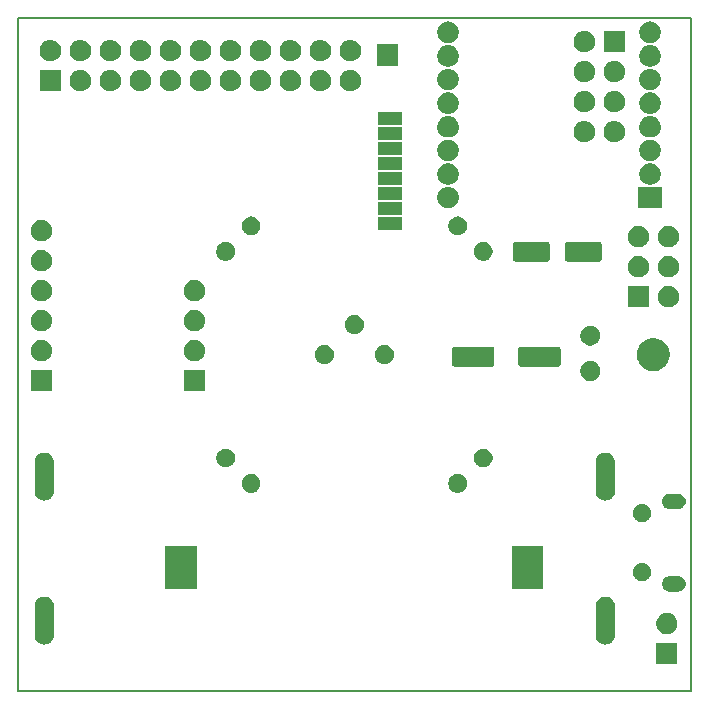
<source format=gbs>
G04 #@! TF.GenerationSoftware,KiCad,Pcbnew,5.1.6-c6e7f7d~87~ubuntu18.04.1*
G04 #@! TF.CreationDate,2020-07-15T21:48:52+02:00*
G04 #@! TF.ProjectId,BT-Pcb-328P,42542d50-6362-42d3-9332-38502e6b6963,3.0*
G04 #@! TF.SameCoordinates,Original*
G04 #@! TF.FileFunction,Soldermask,Bot*
G04 #@! TF.FilePolarity,Negative*
%FSLAX46Y46*%
G04 Gerber Fmt 4.6, Leading zero omitted, Abs format (unit mm)*
G04 Created by KiCad (PCBNEW 5.1.6-c6e7f7d~87~ubuntu18.04.1) date 2020-07-15 21:48:52*
%MOMM*%
%LPD*%
G01*
G04 APERTURE LIST*
G04 #@! TA.AperFunction,Profile*
%ADD10C,0.150000*%
G04 #@! TD*
%ADD11C,0.100000*%
G04 APERTURE END LIST*
D10*
X184040000Y-138320000D02*
X184040000Y-81320000D01*
X127040000Y-138320000D02*
X127040000Y-81320000D01*
X127040000Y-138320000D02*
X184040000Y-138320000D01*
X127040000Y-81320000D02*
X184040000Y-81320000D01*
D11*
G36*
X182890000Y-136027000D02*
G01*
X181092000Y-136027000D01*
X181092000Y-134229000D01*
X182890000Y-134229000D01*
X182890000Y-136027000D01*
G37*
G36*
X129444982Y-130315734D02*
G01*
X129521420Y-130338921D01*
X129597857Y-130362108D01*
X129738747Y-130437415D01*
X129862238Y-130538762D01*
X129963585Y-130662252D01*
X130038892Y-130803142D01*
X130038892Y-130803143D01*
X130085266Y-130956017D01*
X130097000Y-131075156D01*
X130097000Y-133592844D01*
X130085266Y-133711983D01*
X130062078Y-133788421D01*
X130038892Y-133864858D01*
X129963585Y-134005748D01*
X129862238Y-134129238D01*
X129738748Y-134230585D01*
X129597858Y-134305892D01*
X129521421Y-134329079D01*
X129444983Y-134352266D01*
X129286000Y-134367924D01*
X129127018Y-134352266D01*
X129050580Y-134329079D01*
X128974143Y-134305892D01*
X128833253Y-134230585D01*
X128709763Y-134129238D01*
X128608416Y-134005748D01*
X128533109Y-133864858D01*
X128509923Y-133788421D01*
X128486735Y-133711983D01*
X128475001Y-133592844D01*
X128475000Y-131075157D01*
X128486734Y-130956018D01*
X128509921Y-130879580D01*
X128533108Y-130803143D01*
X128608415Y-130662253D01*
X128709762Y-130538762D01*
X128833252Y-130437415D01*
X128974142Y-130362108D01*
X129050579Y-130338922D01*
X129127017Y-130315734D01*
X129286000Y-130300076D01*
X129444982Y-130315734D01*
G37*
G36*
X176944982Y-130315734D02*
G01*
X177021420Y-130338921D01*
X177097857Y-130362108D01*
X177238747Y-130437415D01*
X177362238Y-130538762D01*
X177463585Y-130662252D01*
X177538892Y-130803142D01*
X177538892Y-130803143D01*
X177585266Y-130956017D01*
X177597000Y-131075156D01*
X177597000Y-133592844D01*
X177585266Y-133711983D01*
X177562078Y-133788421D01*
X177538892Y-133864858D01*
X177463585Y-134005748D01*
X177362238Y-134129238D01*
X177238748Y-134230585D01*
X177097858Y-134305892D01*
X177021421Y-134329079D01*
X176944983Y-134352266D01*
X176786000Y-134367924D01*
X176627018Y-134352266D01*
X176550580Y-134329079D01*
X176474143Y-134305892D01*
X176333253Y-134230585D01*
X176209763Y-134129238D01*
X176108416Y-134005748D01*
X176033109Y-133864858D01*
X176009923Y-133788421D01*
X175986735Y-133711983D01*
X175975001Y-133592844D01*
X175975000Y-131075157D01*
X175986734Y-130956018D01*
X176009921Y-130879580D01*
X176033108Y-130803143D01*
X176108415Y-130662253D01*
X176209762Y-130538762D01*
X176333252Y-130437415D01*
X176474142Y-130362108D01*
X176550579Y-130338922D01*
X176627017Y-130315734D01*
X176786000Y-130300076D01*
X176944982Y-130315734D01*
G37*
G36*
X182253227Y-131723547D02*
G01*
X182253230Y-131723548D01*
X182253229Y-131723548D01*
X182416836Y-131791316D01*
X182564079Y-131889701D01*
X182689299Y-132014921D01*
X182787684Y-132162164D01*
X182787684Y-132162165D01*
X182855453Y-132325773D01*
X182890000Y-132499455D01*
X182890000Y-132676545D01*
X182855453Y-132850227D01*
X182855452Y-132850229D01*
X182787684Y-133013836D01*
X182689299Y-133161079D01*
X182564079Y-133286299D01*
X182416836Y-133384684D01*
X182301147Y-133432604D01*
X182253227Y-133452453D01*
X182079545Y-133487000D01*
X181902455Y-133487000D01*
X181728773Y-133452453D01*
X181680853Y-133432604D01*
X181565164Y-133384684D01*
X181417921Y-133286299D01*
X181292701Y-133161079D01*
X181194316Y-133013836D01*
X181126548Y-132850229D01*
X181126547Y-132850227D01*
X181092000Y-132676545D01*
X181092000Y-132499455D01*
X181126547Y-132325773D01*
X181194316Y-132162165D01*
X181194316Y-132162164D01*
X181292701Y-132014921D01*
X181417921Y-131889701D01*
X181565164Y-131791316D01*
X181728771Y-131723548D01*
X181728770Y-131723548D01*
X181728773Y-131723547D01*
X181902455Y-131689000D01*
X182079545Y-131689000D01*
X182253227Y-131723547D01*
G37*
G36*
X183070726Y-128590390D02*
G01*
X183158530Y-128617026D01*
X183193063Y-128627501D01*
X183305810Y-128687765D01*
X183404633Y-128768867D01*
X183485735Y-128867690D01*
X183511509Y-128915910D01*
X183545998Y-128980435D01*
X183583110Y-129102774D01*
X183595640Y-129230000D01*
X183583110Y-129357226D01*
X183556474Y-129445030D01*
X183545999Y-129479563D01*
X183485735Y-129592310D01*
X183404633Y-129691133D01*
X183305810Y-129772235D01*
X183193063Y-129832499D01*
X183158530Y-129842974D01*
X183070726Y-129869610D01*
X182975384Y-129879000D01*
X182211616Y-129879000D01*
X182116274Y-129869610D01*
X182028470Y-129842974D01*
X181993937Y-129832499D01*
X181881190Y-129772235D01*
X181782367Y-129691133D01*
X181701265Y-129592310D01*
X181641001Y-129479563D01*
X181630526Y-129445030D01*
X181603890Y-129357226D01*
X181591360Y-129230000D01*
X181603890Y-129102774D01*
X181641002Y-128980435D01*
X181675491Y-128915910D01*
X181701265Y-128867690D01*
X181782367Y-128768867D01*
X181881190Y-128687765D01*
X181993937Y-128627501D01*
X182028470Y-128617026D01*
X182116274Y-128590390D01*
X182211616Y-128581000D01*
X182975384Y-128581000D01*
X183070726Y-128590390D01*
G37*
G36*
X142179000Y-129642000D02*
G01*
X139541000Y-129642000D01*
X139541000Y-126034000D01*
X142179000Y-126034000D01*
X142179000Y-129642000D01*
G37*
G36*
X171539000Y-129642000D02*
G01*
X168901000Y-129642000D01*
X168901000Y-126034000D01*
X171539000Y-126034000D01*
X171539000Y-129642000D01*
G37*
G36*
X180069422Y-127475829D02*
G01*
X180119267Y-127485744D01*
X180260126Y-127544090D01*
X180386896Y-127628795D01*
X180494705Y-127736604D01*
X180579410Y-127863374D01*
X180637756Y-128004233D01*
X180667500Y-128153768D01*
X180667500Y-128306232D01*
X180637756Y-128455767D01*
X180579410Y-128596626D01*
X180494705Y-128723396D01*
X180386896Y-128831205D01*
X180260126Y-128915910D01*
X180119267Y-128974256D01*
X180069422Y-128984171D01*
X179969734Y-129004000D01*
X179817266Y-129004000D01*
X179717578Y-128984171D01*
X179667733Y-128974256D01*
X179526874Y-128915910D01*
X179400104Y-128831205D01*
X179292295Y-128723396D01*
X179207590Y-128596626D01*
X179149244Y-128455767D01*
X179119500Y-128306232D01*
X179119500Y-128153768D01*
X179149244Y-128004233D01*
X179207590Y-127863374D01*
X179292295Y-127736604D01*
X179400104Y-127628795D01*
X179526874Y-127544090D01*
X179667733Y-127485744D01*
X179717578Y-127475829D01*
X179817266Y-127456000D01*
X179969734Y-127456000D01*
X180069422Y-127475829D01*
G37*
G36*
X180069422Y-122475829D02*
G01*
X180119267Y-122485744D01*
X180260126Y-122544090D01*
X180386896Y-122628795D01*
X180494705Y-122736604D01*
X180579410Y-122863374D01*
X180637756Y-123004233D01*
X180667500Y-123153768D01*
X180667500Y-123306232D01*
X180637756Y-123455767D01*
X180579410Y-123596626D01*
X180494705Y-123723396D01*
X180386896Y-123831205D01*
X180260126Y-123915910D01*
X180119267Y-123974256D01*
X180069422Y-123984171D01*
X179969734Y-124004000D01*
X179817266Y-124004000D01*
X179717578Y-123984171D01*
X179667733Y-123974256D01*
X179526874Y-123915910D01*
X179400104Y-123831205D01*
X179292295Y-123723396D01*
X179207590Y-123596626D01*
X179149244Y-123455767D01*
X179119500Y-123306232D01*
X179119500Y-123153768D01*
X179149244Y-123004233D01*
X179207590Y-122863374D01*
X179292295Y-122736604D01*
X179400104Y-122628795D01*
X179526874Y-122544090D01*
X179667733Y-122485744D01*
X179717578Y-122475829D01*
X179817266Y-122456000D01*
X179969734Y-122456000D01*
X180069422Y-122475829D01*
G37*
G36*
X183070726Y-121590390D02*
G01*
X183158530Y-121617026D01*
X183193063Y-121627501D01*
X183305810Y-121687765D01*
X183404633Y-121768867D01*
X183485735Y-121867690D01*
X183522909Y-121937238D01*
X183545998Y-121980435D01*
X183583110Y-122102774D01*
X183595640Y-122230000D01*
X183583110Y-122357226D01*
X183556474Y-122445030D01*
X183545999Y-122479563D01*
X183485735Y-122592310D01*
X183404633Y-122691133D01*
X183305810Y-122772235D01*
X183193063Y-122832499D01*
X183158530Y-122842974D01*
X183070726Y-122869610D01*
X182975384Y-122879000D01*
X182211616Y-122879000D01*
X182116274Y-122869610D01*
X182028470Y-122842974D01*
X181993937Y-122832499D01*
X181881190Y-122772235D01*
X181782367Y-122691133D01*
X181701265Y-122592310D01*
X181641001Y-122479563D01*
X181630526Y-122445030D01*
X181603890Y-122357226D01*
X181591360Y-122230000D01*
X181603890Y-122102774D01*
X181641002Y-121980435D01*
X181664091Y-121937238D01*
X181701265Y-121867690D01*
X181782367Y-121768867D01*
X181881190Y-121687765D01*
X181993937Y-121627501D01*
X182028470Y-121617026D01*
X182116274Y-121590390D01*
X182211616Y-121581000D01*
X182975384Y-121581000D01*
X183070726Y-121590390D01*
G37*
G36*
X176942983Y-118123734D02*
G01*
X177019421Y-118146921D01*
X177095858Y-118170108D01*
X177236748Y-118245415D01*
X177360238Y-118346762D01*
X177461585Y-118470252D01*
X177536892Y-118611142D01*
X177560079Y-118687579D01*
X177583266Y-118764017D01*
X177595000Y-118883156D01*
X177595000Y-121400844D01*
X177583266Y-121519983D01*
X177564756Y-121581000D01*
X177536892Y-121672858D01*
X177461585Y-121813748D01*
X177360238Y-121937238D01*
X177236747Y-122038585D01*
X177095857Y-122113892D01*
X177019420Y-122137079D01*
X176942982Y-122160266D01*
X176784000Y-122175924D01*
X176625017Y-122160266D01*
X176548579Y-122137078D01*
X176472142Y-122113892D01*
X176331252Y-122038585D01*
X176207762Y-121937238D01*
X176106415Y-121813747D01*
X176031108Y-121672857D01*
X175984735Y-121519984D01*
X175984734Y-121519982D01*
X175973000Y-121400843D01*
X175973001Y-118883156D01*
X175984735Y-118764017D01*
X176007922Y-118687579D01*
X176031109Y-118611142D01*
X176106416Y-118470252D01*
X176207763Y-118346762D01*
X176331253Y-118245415D01*
X176472143Y-118170108D01*
X176548580Y-118146921D01*
X176625018Y-118123734D01*
X176784000Y-118108076D01*
X176942983Y-118123734D01*
G37*
G36*
X129442983Y-118123734D02*
G01*
X129519421Y-118146921D01*
X129595858Y-118170108D01*
X129736748Y-118245415D01*
X129860238Y-118346762D01*
X129961585Y-118470252D01*
X130036892Y-118611142D01*
X130060079Y-118687579D01*
X130083266Y-118764017D01*
X130095000Y-118883156D01*
X130095000Y-121400844D01*
X130083266Y-121519983D01*
X130064756Y-121581000D01*
X130036892Y-121672858D01*
X129961585Y-121813748D01*
X129860238Y-121937238D01*
X129736747Y-122038585D01*
X129595857Y-122113892D01*
X129519420Y-122137078D01*
X129442982Y-122160266D01*
X129284000Y-122175924D01*
X129125017Y-122160266D01*
X129048579Y-122137078D01*
X128972142Y-122113892D01*
X128831252Y-122038585D01*
X128707762Y-121937238D01*
X128606415Y-121813747D01*
X128531108Y-121672857D01*
X128484735Y-121519984D01*
X128484734Y-121519982D01*
X128473000Y-121400843D01*
X128473001Y-118883156D01*
X128484735Y-118764017D01*
X128507922Y-118687579D01*
X128531109Y-118611142D01*
X128606416Y-118470252D01*
X128707763Y-118346762D01*
X128831253Y-118245415D01*
X128972143Y-118170108D01*
X129048580Y-118146921D01*
X129125018Y-118123734D01*
X129284000Y-118108076D01*
X129442983Y-118123734D01*
G37*
G36*
X146920150Y-119931235D02*
G01*
X147023060Y-119951705D01*
X147168468Y-120011935D01*
X147299333Y-120099376D01*
X147410624Y-120210667D01*
X147498065Y-120341532D01*
X147558295Y-120486940D01*
X147589000Y-120641305D01*
X147589000Y-120798695D01*
X147558295Y-120953060D01*
X147498065Y-121098468D01*
X147410624Y-121229333D01*
X147299333Y-121340624D01*
X147168468Y-121428065D01*
X147023060Y-121488295D01*
X146920150Y-121508765D01*
X146868696Y-121519000D01*
X146711304Y-121519000D01*
X146659850Y-121508765D01*
X146556940Y-121488295D01*
X146411532Y-121428065D01*
X146280667Y-121340624D01*
X146169376Y-121229333D01*
X146081935Y-121098468D01*
X146021705Y-120953060D01*
X145991000Y-120798695D01*
X145991000Y-120641305D01*
X146021705Y-120486940D01*
X146081935Y-120341532D01*
X146169376Y-120210667D01*
X146280667Y-120099376D01*
X146411532Y-120011935D01*
X146556940Y-119951705D01*
X146659850Y-119931235D01*
X146711304Y-119921000D01*
X146868696Y-119921000D01*
X146920150Y-119931235D01*
G37*
G36*
X164420150Y-119931235D02*
G01*
X164523060Y-119951705D01*
X164668468Y-120011935D01*
X164799333Y-120099376D01*
X164910624Y-120210667D01*
X164998065Y-120341532D01*
X165058295Y-120486940D01*
X165089000Y-120641305D01*
X165089000Y-120798695D01*
X165058295Y-120953060D01*
X164998065Y-121098468D01*
X164910624Y-121229333D01*
X164799333Y-121340624D01*
X164668468Y-121428065D01*
X164523060Y-121488295D01*
X164420150Y-121508765D01*
X164368696Y-121519000D01*
X164211304Y-121519000D01*
X164159850Y-121508765D01*
X164056940Y-121488295D01*
X163911532Y-121428065D01*
X163780667Y-121340624D01*
X163669376Y-121229333D01*
X163581935Y-121098468D01*
X163521705Y-120953060D01*
X163491000Y-120798695D01*
X163491000Y-120641305D01*
X163521705Y-120486940D01*
X163581935Y-120341532D01*
X163669376Y-120210667D01*
X163780667Y-120099376D01*
X163911532Y-120011935D01*
X164056940Y-119951705D01*
X164159850Y-119931235D01*
X164211304Y-119921000D01*
X164368696Y-119921000D01*
X164420150Y-119931235D01*
G37*
G36*
X144770150Y-117781235D02*
G01*
X144873060Y-117801705D01*
X145018468Y-117861935D01*
X145149333Y-117949376D01*
X145260624Y-118060667D01*
X145348065Y-118191532D01*
X145408295Y-118336940D01*
X145439000Y-118491305D01*
X145439000Y-118648695D01*
X145408295Y-118803060D01*
X145348065Y-118948468D01*
X145260624Y-119079333D01*
X145149333Y-119190624D01*
X145018468Y-119278065D01*
X144873060Y-119338295D01*
X144770150Y-119358765D01*
X144718696Y-119369000D01*
X144561304Y-119369000D01*
X144509850Y-119358765D01*
X144406940Y-119338295D01*
X144261532Y-119278065D01*
X144130667Y-119190624D01*
X144019376Y-119079333D01*
X143931935Y-118948468D01*
X143871705Y-118803060D01*
X143841000Y-118648695D01*
X143841000Y-118491305D01*
X143871705Y-118336940D01*
X143931935Y-118191532D01*
X144019376Y-118060667D01*
X144130667Y-117949376D01*
X144261532Y-117861935D01*
X144406940Y-117801705D01*
X144509850Y-117781235D01*
X144561304Y-117771000D01*
X144718696Y-117771000D01*
X144770150Y-117781235D01*
G37*
G36*
X166570150Y-117781235D02*
G01*
X166673060Y-117801705D01*
X166818468Y-117861935D01*
X166949333Y-117949376D01*
X167060624Y-118060667D01*
X167148065Y-118191532D01*
X167208295Y-118336940D01*
X167239000Y-118491305D01*
X167239000Y-118648695D01*
X167208295Y-118803060D01*
X167148065Y-118948468D01*
X167060624Y-119079333D01*
X166949333Y-119190624D01*
X166818468Y-119278065D01*
X166673060Y-119338295D01*
X166570150Y-119358765D01*
X166518696Y-119369000D01*
X166361304Y-119369000D01*
X166309850Y-119358765D01*
X166206940Y-119338295D01*
X166061532Y-119278065D01*
X165930667Y-119190624D01*
X165819376Y-119079333D01*
X165731935Y-118948468D01*
X165671705Y-118803060D01*
X165641000Y-118648695D01*
X165641000Y-118491305D01*
X165671705Y-118336940D01*
X165731935Y-118191532D01*
X165819376Y-118060667D01*
X165930667Y-117949376D01*
X166061532Y-117861935D01*
X166206940Y-117801705D01*
X166309850Y-117781235D01*
X166361304Y-117771000D01*
X166518696Y-117771000D01*
X166570150Y-117781235D01*
G37*
G36*
X142885000Y-112913000D02*
G01*
X141087000Y-112913000D01*
X141087000Y-111115000D01*
X142885000Y-111115000D01*
X142885000Y-112913000D01*
G37*
G36*
X129931000Y-112913000D02*
G01*
X128133000Y-112913000D01*
X128133000Y-111115000D01*
X129931000Y-111115000D01*
X129931000Y-112913000D01*
G37*
G36*
X175761642Y-110387626D02*
G01*
X175916151Y-110451625D01*
X176055205Y-110544538D01*
X176173462Y-110662795D01*
X176266375Y-110801849D01*
X176330374Y-110956358D01*
X176363000Y-111120379D01*
X176363000Y-111287621D01*
X176330374Y-111451642D01*
X176266375Y-111606151D01*
X176173462Y-111745205D01*
X176055205Y-111863462D01*
X175916151Y-111956375D01*
X175761642Y-112020374D01*
X175597621Y-112053000D01*
X175430379Y-112053000D01*
X175266358Y-112020374D01*
X175111849Y-111956375D01*
X174972795Y-111863462D01*
X174854538Y-111745205D01*
X174761625Y-111606151D01*
X174697626Y-111451642D01*
X174665000Y-111287621D01*
X174665000Y-111120379D01*
X174697626Y-110956358D01*
X174761625Y-110801849D01*
X174854538Y-110662795D01*
X174972795Y-110544538D01*
X175111849Y-110451625D01*
X175266358Y-110387626D01*
X175430379Y-110355000D01*
X175597621Y-110355000D01*
X175761642Y-110387626D01*
G37*
G36*
X181256071Y-108474762D02*
G01*
X181256074Y-108474763D01*
X181256073Y-108474763D01*
X181510675Y-108580222D01*
X181739810Y-108733326D01*
X181934674Y-108928190D01*
X182087778Y-109157325D01*
X182154717Y-109318932D01*
X182193238Y-109411929D01*
X182247000Y-109682209D01*
X182247000Y-109957791D01*
X182193238Y-110228071D01*
X182193237Y-110228073D01*
X182087778Y-110482675D01*
X181934674Y-110711810D01*
X181739810Y-110906674D01*
X181510675Y-111059778D01*
X181299755Y-111147143D01*
X181256071Y-111165238D01*
X180985791Y-111219000D01*
X180710209Y-111219000D01*
X180439929Y-111165238D01*
X180396245Y-111147143D01*
X180185325Y-111059778D01*
X179956190Y-110906674D01*
X179761326Y-110711810D01*
X179608222Y-110482675D01*
X179502763Y-110228073D01*
X179502762Y-110228071D01*
X179449000Y-109957791D01*
X179449000Y-109682209D01*
X179502762Y-109411929D01*
X179541283Y-109318932D01*
X179608222Y-109157325D01*
X179761326Y-108928190D01*
X179956190Y-108733326D01*
X180185325Y-108580222D01*
X180439927Y-108474763D01*
X180439926Y-108474763D01*
X180439929Y-108474762D01*
X180710209Y-108421000D01*
X180985791Y-108421000D01*
X181256071Y-108474762D01*
G37*
G36*
X172815068Y-109137674D02*
G01*
X172858347Y-109150803D01*
X172898228Y-109172120D01*
X172933188Y-109200812D01*
X172961880Y-109235772D01*
X172983197Y-109275653D01*
X172996326Y-109318932D01*
X173001000Y-109366392D01*
X173001000Y-110597608D01*
X172996326Y-110645068D01*
X172983197Y-110688347D01*
X172961880Y-110728228D01*
X172933188Y-110763188D01*
X172898228Y-110791880D01*
X172858347Y-110813197D01*
X172815068Y-110826326D01*
X172767608Y-110831000D01*
X169636392Y-110831000D01*
X169588932Y-110826326D01*
X169545653Y-110813197D01*
X169505772Y-110791880D01*
X169470812Y-110763188D01*
X169442120Y-110728228D01*
X169420803Y-110688347D01*
X169407674Y-110645068D01*
X169403000Y-110597608D01*
X169403000Y-109366392D01*
X169407674Y-109318932D01*
X169420803Y-109275653D01*
X169442120Y-109235772D01*
X169470812Y-109200812D01*
X169505772Y-109172120D01*
X169545653Y-109150803D01*
X169588932Y-109137674D01*
X169636392Y-109133000D01*
X172767608Y-109133000D01*
X172815068Y-109137674D01*
G37*
G36*
X167215068Y-109137674D02*
G01*
X167258347Y-109150803D01*
X167298228Y-109172120D01*
X167333188Y-109200812D01*
X167361880Y-109235772D01*
X167383197Y-109275653D01*
X167396326Y-109318932D01*
X167401000Y-109366392D01*
X167401000Y-110597608D01*
X167396326Y-110645068D01*
X167383197Y-110688347D01*
X167361880Y-110728228D01*
X167333188Y-110763188D01*
X167298228Y-110791880D01*
X167258347Y-110813197D01*
X167215068Y-110826326D01*
X167167608Y-110831000D01*
X164036392Y-110831000D01*
X163988932Y-110826326D01*
X163945653Y-110813197D01*
X163905772Y-110791880D01*
X163870812Y-110763188D01*
X163842120Y-110728228D01*
X163820803Y-110688347D01*
X163807674Y-110645068D01*
X163803000Y-110597608D01*
X163803000Y-109366392D01*
X163807674Y-109318932D01*
X163820803Y-109275653D01*
X163842120Y-109235772D01*
X163870812Y-109200812D01*
X163905772Y-109172120D01*
X163945653Y-109150803D01*
X163988932Y-109137674D01*
X164036392Y-109133000D01*
X167167608Y-109133000D01*
X167215068Y-109137674D01*
G37*
G36*
X158212105Y-109019389D02*
G01*
X158316560Y-109040166D01*
X158464153Y-109101301D01*
X158596982Y-109190055D01*
X158709945Y-109303018D01*
X158798699Y-109435847D01*
X158859834Y-109583440D01*
X158859834Y-109583442D01*
X158890226Y-109736229D01*
X158891000Y-109740123D01*
X158891000Y-109899877D01*
X158859834Y-110056560D01*
X158798699Y-110204153D01*
X158709945Y-110336982D01*
X158596982Y-110449945D01*
X158464153Y-110538699D01*
X158316560Y-110599834D01*
X158228008Y-110617448D01*
X158159878Y-110631000D01*
X158000122Y-110631000D01*
X157931992Y-110617448D01*
X157843440Y-110599834D01*
X157695847Y-110538699D01*
X157563018Y-110449945D01*
X157450055Y-110336982D01*
X157361301Y-110204153D01*
X157300166Y-110056560D01*
X157269000Y-109899877D01*
X157269000Y-109740123D01*
X157269775Y-109736229D01*
X157300166Y-109583442D01*
X157300166Y-109583440D01*
X157361301Y-109435847D01*
X157450055Y-109303018D01*
X157563018Y-109190055D01*
X157695847Y-109101301D01*
X157843440Y-109040166D01*
X157947895Y-109019389D01*
X158000122Y-109009000D01*
X158159878Y-109009000D01*
X158212105Y-109019389D01*
G37*
G36*
X153132105Y-109019389D02*
G01*
X153236560Y-109040166D01*
X153384153Y-109101301D01*
X153516982Y-109190055D01*
X153629945Y-109303018D01*
X153718699Y-109435847D01*
X153779834Y-109583440D01*
X153779834Y-109583442D01*
X153810226Y-109736229D01*
X153811000Y-109740123D01*
X153811000Y-109899877D01*
X153779834Y-110056560D01*
X153718699Y-110204153D01*
X153629945Y-110336982D01*
X153516982Y-110449945D01*
X153384153Y-110538699D01*
X153236560Y-110599834D01*
X153148008Y-110617448D01*
X153079878Y-110631000D01*
X152920122Y-110631000D01*
X152851992Y-110617448D01*
X152763440Y-110599834D01*
X152615847Y-110538699D01*
X152483018Y-110449945D01*
X152370055Y-110336982D01*
X152281301Y-110204153D01*
X152220166Y-110056560D01*
X152189000Y-109899877D01*
X152189000Y-109740123D01*
X152189775Y-109736229D01*
X152220166Y-109583442D01*
X152220166Y-109583440D01*
X152281301Y-109435847D01*
X152370055Y-109303018D01*
X152483018Y-109190055D01*
X152615847Y-109101301D01*
X152763440Y-109040166D01*
X152867895Y-109019389D01*
X152920122Y-109009000D01*
X153079878Y-109009000D01*
X153132105Y-109019389D01*
G37*
G36*
X129294227Y-108609547D02*
G01*
X129294230Y-108609548D01*
X129294229Y-108609548D01*
X129457836Y-108677316D01*
X129605079Y-108775701D01*
X129730299Y-108900921D01*
X129828684Y-109048164D01*
X129873900Y-109157325D01*
X129896453Y-109211773D01*
X129931000Y-109385455D01*
X129931000Y-109562545D01*
X129896453Y-109736227D01*
X129894839Y-109740123D01*
X129828684Y-109899836D01*
X129730299Y-110047079D01*
X129605079Y-110172299D01*
X129457836Y-110270684D01*
X129342147Y-110318604D01*
X129294227Y-110338453D01*
X129120545Y-110373000D01*
X128943455Y-110373000D01*
X128769773Y-110338453D01*
X128721853Y-110318604D01*
X128606164Y-110270684D01*
X128458921Y-110172299D01*
X128333701Y-110047079D01*
X128235316Y-109899836D01*
X128169161Y-109740123D01*
X128167547Y-109736227D01*
X128133000Y-109562545D01*
X128133000Y-109385455D01*
X128167547Y-109211773D01*
X128190100Y-109157325D01*
X128235316Y-109048164D01*
X128333701Y-108900921D01*
X128458921Y-108775701D01*
X128606164Y-108677316D01*
X128769771Y-108609548D01*
X128769770Y-108609548D01*
X128769773Y-108609547D01*
X128943455Y-108575000D01*
X129120545Y-108575000D01*
X129294227Y-108609547D01*
G37*
G36*
X142248227Y-108609547D02*
G01*
X142248230Y-108609548D01*
X142248229Y-108609548D01*
X142411836Y-108677316D01*
X142559079Y-108775701D01*
X142684299Y-108900921D01*
X142782684Y-109048164D01*
X142827900Y-109157325D01*
X142850453Y-109211773D01*
X142885000Y-109385455D01*
X142885000Y-109562545D01*
X142850453Y-109736227D01*
X142848839Y-109740123D01*
X142782684Y-109899836D01*
X142684299Y-110047079D01*
X142559079Y-110172299D01*
X142411836Y-110270684D01*
X142296147Y-110318604D01*
X142248227Y-110338453D01*
X142074545Y-110373000D01*
X141897455Y-110373000D01*
X141723773Y-110338453D01*
X141675853Y-110318604D01*
X141560164Y-110270684D01*
X141412921Y-110172299D01*
X141287701Y-110047079D01*
X141189316Y-109899836D01*
X141123161Y-109740123D01*
X141121547Y-109736227D01*
X141087000Y-109562545D01*
X141087000Y-109385455D01*
X141121547Y-109211773D01*
X141144100Y-109157325D01*
X141189316Y-109048164D01*
X141287701Y-108900921D01*
X141412921Y-108775701D01*
X141560164Y-108677316D01*
X141723771Y-108609548D01*
X141723770Y-108609548D01*
X141723773Y-108609547D01*
X141897455Y-108575000D01*
X142074545Y-108575000D01*
X142248227Y-108609547D01*
G37*
G36*
X175761642Y-107387626D02*
G01*
X175916151Y-107451625D01*
X176055205Y-107544538D01*
X176173462Y-107662795D01*
X176266375Y-107801849D01*
X176330374Y-107956358D01*
X176363000Y-108120379D01*
X176363000Y-108287621D01*
X176330374Y-108451642D01*
X176266375Y-108606151D01*
X176173462Y-108745205D01*
X176055205Y-108863462D01*
X175916151Y-108956375D01*
X175761642Y-109020374D01*
X175597621Y-109053000D01*
X175430379Y-109053000D01*
X175266358Y-109020374D01*
X175111849Y-108956375D01*
X174972795Y-108863462D01*
X174854538Y-108745205D01*
X174761625Y-108606151D01*
X174697626Y-108451642D01*
X174665000Y-108287621D01*
X174665000Y-108120379D01*
X174697626Y-107956358D01*
X174761625Y-107801849D01*
X174854538Y-107662795D01*
X174972795Y-107544538D01*
X175111849Y-107451625D01*
X175266358Y-107387626D01*
X175430379Y-107355000D01*
X175597621Y-107355000D01*
X175761642Y-107387626D01*
G37*
G36*
X155672105Y-106479389D02*
G01*
X155776560Y-106500166D01*
X155924153Y-106561301D01*
X156056982Y-106650055D01*
X156169945Y-106763018D01*
X156258699Y-106895847D01*
X156319834Y-107043440D01*
X156319834Y-107043442D01*
X156351000Y-107200122D01*
X156351000Y-107359878D01*
X156345480Y-107387627D01*
X156319834Y-107516560D01*
X156258699Y-107664153D01*
X156169945Y-107796982D01*
X156056982Y-107909945D01*
X155924153Y-107998699D01*
X155776560Y-108059834D01*
X155672105Y-108080611D01*
X155619878Y-108091000D01*
X155460122Y-108091000D01*
X155407895Y-108080611D01*
X155303440Y-108059834D01*
X155155847Y-107998699D01*
X155023018Y-107909945D01*
X154910055Y-107796982D01*
X154821301Y-107664153D01*
X154760166Y-107516560D01*
X154734520Y-107387627D01*
X154729000Y-107359878D01*
X154729000Y-107200122D01*
X154760166Y-107043442D01*
X154760166Y-107043440D01*
X154821301Y-106895847D01*
X154910055Y-106763018D01*
X155023018Y-106650055D01*
X155155847Y-106561301D01*
X155303440Y-106500166D01*
X155407895Y-106479389D01*
X155460122Y-106469000D01*
X155619878Y-106469000D01*
X155672105Y-106479389D01*
G37*
G36*
X129294227Y-106069547D02*
G01*
X129294230Y-106069548D01*
X129294229Y-106069548D01*
X129457836Y-106137316D01*
X129605079Y-106235701D01*
X129730299Y-106360921D01*
X129828684Y-106508164D01*
X129828684Y-106508165D01*
X129896453Y-106671773D01*
X129931000Y-106845455D01*
X129931000Y-107022545D01*
X129896453Y-107196227D01*
X129894839Y-107200123D01*
X129828684Y-107359836D01*
X129730299Y-107507079D01*
X129605079Y-107632299D01*
X129457836Y-107730684D01*
X129342147Y-107778604D01*
X129294227Y-107798453D01*
X129120545Y-107833000D01*
X128943455Y-107833000D01*
X128769773Y-107798453D01*
X128721853Y-107778604D01*
X128606164Y-107730684D01*
X128458921Y-107632299D01*
X128333701Y-107507079D01*
X128235316Y-107359836D01*
X128169161Y-107200123D01*
X128167547Y-107196227D01*
X128133000Y-107022545D01*
X128133000Y-106845455D01*
X128167547Y-106671773D01*
X128235316Y-106508165D01*
X128235316Y-106508164D01*
X128333701Y-106360921D01*
X128458921Y-106235701D01*
X128606164Y-106137316D01*
X128769771Y-106069548D01*
X128769770Y-106069548D01*
X128769773Y-106069547D01*
X128943455Y-106035000D01*
X129120545Y-106035000D01*
X129294227Y-106069547D01*
G37*
G36*
X142248227Y-106069547D02*
G01*
X142248230Y-106069548D01*
X142248229Y-106069548D01*
X142411836Y-106137316D01*
X142559079Y-106235701D01*
X142684299Y-106360921D01*
X142782684Y-106508164D01*
X142782684Y-106508165D01*
X142850453Y-106671773D01*
X142885000Y-106845455D01*
X142885000Y-107022545D01*
X142850453Y-107196227D01*
X142848839Y-107200123D01*
X142782684Y-107359836D01*
X142684299Y-107507079D01*
X142559079Y-107632299D01*
X142411836Y-107730684D01*
X142296147Y-107778604D01*
X142248227Y-107798453D01*
X142074545Y-107833000D01*
X141897455Y-107833000D01*
X141723773Y-107798453D01*
X141675853Y-107778604D01*
X141560164Y-107730684D01*
X141412921Y-107632299D01*
X141287701Y-107507079D01*
X141189316Y-107359836D01*
X141123161Y-107200123D01*
X141121547Y-107196227D01*
X141087000Y-107022545D01*
X141087000Y-106845455D01*
X141121547Y-106671773D01*
X141189316Y-106508165D01*
X141189316Y-106508164D01*
X141287701Y-106360921D01*
X141412921Y-106235701D01*
X141560164Y-106137316D01*
X141723771Y-106069548D01*
X141723770Y-106069548D01*
X141723773Y-106069547D01*
X141897455Y-106035000D01*
X142074545Y-106035000D01*
X142248227Y-106069547D01*
G37*
G36*
X180477000Y-105801000D02*
G01*
X178679000Y-105801000D01*
X178679000Y-104003000D01*
X180477000Y-104003000D01*
X180477000Y-105801000D01*
G37*
G36*
X182380227Y-104037547D02*
G01*
X182380230Y-104037548D01*
X182380229Y-104037548D01*
X182543836Y-104105316D01*
X182691079Y-104203701D01*
X182816299Y-104328921D01*
X182914684Y-104476164D01*
X182917327Y-104482545D01*
X182982453Y-104639773D01*
X183017000Y-104813455D01*
X183017000Y-104990545D01*
X182982453Y-105164227D01*
X182982452Y-105164229D01*
X182914684Y-105327836D01*
X182816299Y-105475079D01*
X182691079Y-105600299D01*
X182543836Y-105698684D01*
X182428147Y-105746604D01*
X182380227Y-105766453D01*
X182206545Y-105801000D01*
X182029455Y-105801000D01*
X181855773Y-105766453D01*
X181807853Y-105746604D01*
X181692164Y-105698684D01*
X181544921Y-105600299D01*
X181419701Y-105475079D01*
X181321316Y-105327836D01*
X181253548Y-105164229D01*
X181253547Y-105164227D01*
X181219000Y-104990545D01*
X181219000Y-104813455D01*
X181253547Y-104639773D01*
X181318673Y-104482545D01*
X181321316Y-104476164D01*
X181419701Y-104328921D01*
X181544921Y-104203701D01*
X181692164Y-104105316D01*
X181855771Y-104037548D01*
X181855770Y-104037548D01*
X181855773Y-104037547D01*
X182029455Y-104003000D01*
X182206545Y-104003000D01*
X182380227Y-104037547D01*
G37*
G36*
X142248227Y-103529547D02*
G01*
X142248230Y-103529548D01*
X142248229Y-103529548D01*
X142411836Y-103597316D01*
X142559079Y-103695701D01*
X142684299Y-103820921D01*
X142782684Y-103968164D01*
X142782684Y-103968165D01*
X142850453Y-104131773D01*
X142885000Y-104305455D01*
X142885000Y-104482545D01*
X142850453Y-104656227D01*
X142850452Y-104656229D01*
X142782684Y-104819836D01*
X142684299Y-104967079D01*
X142559079Y-105092299D01*
X142411836Y-105190684D01*
X142296147Y-105238604D01*
X142248227Y-105258453D01*
X142074545Y-105293000D01*
X141897455Y-105293000D01*
X141723773Y-105258453D01*
X141675853Y-105238604D01*
X141560164Y-105190684D01*
X141412921Y-105092299D01*
X141287701Y-104967079D01*
X141189316Y-104819836D01*
X141121548Y-104656229D01*
X141121547Y-104656227D01*
X141087000Y-104482545D01*
X141087000Y-104305455D01*
X141121547Y-104131773D01*
X141189316Y-103968165D01*
X141189316Y-103968164D01*
X141287701Y-103820921D01*
X141412921Y-103695701D01*
X141560164Y-103597316D01*
X141723771Y-103529548D01*
X141723770Y-103529548D01*
X141723773Y-103529547D01*
X141897455Y-103495000D01*
X142074545Y-103495000D01*
X142248227Y-103529547D01*
G37*
G36*
X129294227Y-103529547D02*
G01*
X129294230Y-103529548D01*
X129294229Y-103529548D01*
X129457836Y-103597316D01*
X129605079Y-103695701D01*
X129730299Y-103820921D01*
X129828684Y-103968164D01*
X129828684Y-103968165D01*
X129896453Y-104131773D01*
X129931000Y-104305455D01*
X129931000Y-104482545D01*
X129896453Y-104656227D01*
X129896452Y-104656229D01*
X129828684Y-104819836D01*
X129730299Y-104967079D01*
X129605079Y-105092299D01*
X129457836Y-105190684D01*
X129342147Y-105238604D01*
X129294227Y-105258453D01*
X129120545Y-105293000D01*
X128943455Y-105293000D01*
X128769773Y-105258453D01*
X128721853Y-105238604D01*
X128606164Y-105190684D01*
X128458921Y-105092299D01*
X128333701Y-104967079D01*
X128235316Y-104819836D01*
X128167548Y-104656229D01*
X128167547Y-104656227D01*
X128133000Y-104482545D01*
X128133000Y-104305455D01*
X128167547Y-104131773D01*
X128235316Y-103968165D01*
X128235316Y-103968164D01*
X128333701Y-103820921D01*
X128458921Y-103695701D01*
X128606164Y-103597316D01*
X128769771Y-103529548D01*
X128769770Y-103529548D01*
X128769773Y-103529547D01*
X128943455Y-103495000D01*
X129120545Y-103495000D01*
X129294227Y-103529547D01*
G37*
G36*
X179840227Y-101497547D02*
G01*
X179840230Y-101497548D01*
X179840229Y-101497548D01*
X180003836Y-101565316D01*
X180102220Y-101631054D01*
X180151078Y-101663700D01*
X180276300Y-101788922D01*
X180299128Y-101823087D01*
X180374684Y-101936164D01*
X180377327Y-101942545D01*
X180442453Y-102099773D01*
X180477000Y-102273455D01*
X180477000Y-102450545D01*
X180442453Y-102624227D01*
X180442452Y-102624229D01*
X180374684Y-102787836D01*
X180276299Y-102935079D01*
X180151079Y-103060299D01*
X180003836Y-103158684D01*
X179888147Y-103206604D01*
X179840227Y-103226453D01*
X179666545Y-103261000D01*
X179489455Y-103261000D01*
X179315773Y-103226453D01*
X179267853Y-103206604D01*
X179152164Y-103158684D01*
X179004921Y-103060299D01*
X178879701Y-102935079D01*
X178781316Y-102787836D01*
X178713548Y-102624229D01*
X178713547Y-102624227D01*
X178679000Y-102450545D01*
X178679000Y-102273455D01*
X178713547Y-102099773D01*
X178778673Y-101942545D01*
X178781316Y-101936164D01*
X178856872Y-101823087D01*
X178879700Y-101788922D01*
X179004922Y-101663700D01*
X179053780Y-101631054D01*
X179152164Y-101565316D01*
X179315771Y-101497548D01*
X179315770Y-101497548D01*
X179315773Y-101497547D01*
X179489455Y-101463000D01*
X179666545Y-101463000D01*
X179840227Y-101497547D01*
G37*
G36*
X182380227Y-101497547D02*
G01*
X182380230Y-101497548D01*
X182380229Y-101497548D01*
X182543836Y-101565316D01*
X182642220Y-101631054D01*
X182691078Y-101663700D01*
X182816300Y-101788922D01*
X182839128Y-101823087D01*
X182914684Y-101936164D01*
X182917327Y-101942545D01*
X182982453Y-102099773D01*
X183017000Y-102273455D01*
X183017000Y-102450545D01*
X182982453Y-102624227D01*
X182982452Y-102624229D01*
X182914684Y-102787836D01*
X182816299Y-102935079D01*
X182691079Y-103060299D01*
X182543836Y-103158684D01*
X182428147Y-103206604D01*
X182380227Y-103226453D01*
X182206545Y-103261000D01*
X182029455Y-103261000D01*
X181855773Y-103226453D01*
X181807853Y-103206604D01*
X181692164Y-103158684D01*
X181544921Y-103060299D01*
X181419701Y-102935079D01*
X181321316Y-102787836D01*
X181253548Y-102624229D01*
X181253547Y-102624227D01*
X181219000Y-102450545D01*
X181219000Y-102273455D01*
X181253547Y-102099773D01*
X181318673Y-101942545D01*
X181321316Y-101936164D01*
X181396872Y-101823087D01*
X181419700Y-101788922D01*
X181544922Y-101663700D01*
X181593780Y-101631054D01*
X181692164Y-101565316D01*
X181855771Y-101497548D01*
X181855770Y-101497548D01*
X181855773Y-101497547D01*
X182029455Y-101463000D01*
X182206545Y-101463000D01*
X182380227Y-101497547D01*
G37*
G36*
X129294227Y-100989547D02*
G01*
X129298471Y-100991305D01*
X129457836Y-101057316D01*
X129556220Y-101123054D01*
X129594596Y-101148696D01*
X129605079Y-101155701D01*
X129730299Y-101280921D01*
X129828684Y-101428164D01*
X129837094Y-101448468D01*
X129896453Y-101591773D01*
X129931000Y-101765455D01*
X129931000Y-101942545D01*
X129896453Y-102116227D01*
X129896452Y-102116229D01*
X129828684Y-102279836D01*
X129730299Y-102427079D01*
X129605079Y-102552299D01*
X129457836Y-102650684D01*
X129342147Y-102698604D01*
X129294227Y-102718453D01*
X129120545Y-102753000D01*
X128943455Y-102753000D01*
X128769773Y-102718453D01*
X128721853Y-102698604D01*
X128606164Y-102650684D01*
X128458921Y-102552299D01*
X128333701Y-102427079D01*
X128235316Y-102279836D01*
X128167548Y-102116229D01*
X128167547Y-102116227D01*
X128133000Y-101942545D01*
X128133000Y-101765455D01*
X128167547Y-101591773D01*
X128226906Y-101448468D01*
X128235316Y-101428164D01*
X128333701Y-101280921D01*
X128458921Y-101155701D01*
X128469405Y-101148696D01*
X128507780Y-101123054D01*
X128606164Y-101057316D01*
X128765529Y-100991305D01*
X128769773Y-100989547D01*
X128943455Y-100955000D01*
X129120545Y-100955000D01*
X129294227Y-100989547D01*
G37*
G36*
X171883068Y-100247674D02*
G01*
X171926347Y-100260803D01*
X171966228Y-100282120D01*
X172001188Y-100310812D01*
X172029880Y-100345772D01*
X172051197Y-100385653D01*
X172064326Y-100428932D01*
X172069000Y-100476392D01*
X172069000Y-101707608D01*
X172064326Y-101755068D01*
X172051197Y-101798347D01*
X172029880Y-101838228D01*
X172001188Y-101873188D01*
X171966228Y-101901880D01*
X171926347Y-101923197D01*
X171883068Y-101936326D01*
X171835608Y-101941000D01*
X169204392Y-101941000D01*
X169156932Y-101936326D01*
X169113653Y-101923197D01*
X169073772Y-101901880D01*
X169038812Y-101873188D01*
X169010120Y-101838228D01*
X168988803Y-101798347D01*
X168975674Y-101755068D01*
X168971000Y-101707608D01*
X168971000Y-100476392D01*
X168975674Y-100428932D01*
X168988803Y-100385653D01*
X169010120Y-100345772D01*
X169038812Y-100310812D01*
X169073772Y-100282120D01*
X169113653Y-100260803D01*
X169156932Y-100247674D01*
X169204392Y-100243000D01*
X171835608Y-100243000D01*
X171883068Y-100247674D01*
G37*
G36*
X176283068Y-100247674D02*
G01*
X176326347Y-100260803D01*
X176366228Y-100282120D01*
X176401188Y-100310812D01*
X176429880Y-100345772D01*
X176451197Y-100385653D01*
X176464326Y-100428932D01*
X176469000Y-100476392D01*
X176469000Y-101707608D01*
X176464326Y-101755068D01*
X176451197Y-101798347D01*
X176429880Y-101838228D01*
X176401188Y-101873188D01*
X176366228Y-101901880D01*
X176326347Y-101923197D01*
X176283068Y-101936326D01*
X176235608Y-101941000D01*
X173604392Y-101941000D01*
X173556932Y-101936326D01*
X173513653Y-101923197D01*
X173473772Y-101901880D01*
X173438812Y-101873188D01*
X173410120Y-101838228D01*
X173388803Y-101798347D01*
X173375674Y-101755068D01*
X173371000Y-101707608D01*
X173371000Y-100476392D01*
X173375674Y-100428932D01*
X173388803Y-100385653D01*
X173410120Y-100345772D01*
X173438812Y-100310812D01*
X173473772Y-100282120D01*
X173513653Y-100260803D01*
X173556932Y-100247674D01*
X173604392Y-100243000D01*
X176235608Y-100243000D01*
X176283068Y-100247674D01*
G37*
G36*
X166570150Y-100281235D02*
G01*
X166673060Y-100301705D01*
X166818468Y-100361935D01*
X166949333Y-100449376D01*
X167060624Y-100560667D01*
X167148065Y-100691532D01*
X167208295Y-100836940D01*
X167208295Y-100836942D01*
X167239000Y-100991304D01*
X167239000Y-101148696D01*
X167228765Y-101200150D01*
X167208295Y-101303060D01*
X167148065Y-101448468D01*
X167060624Y-101579333D01*
X166949333Y-101690624D01*
X166818468Y-101778065D01*
X166673060Y-101838295D01*
X166570150Y-101858765D01*
X166518696Y-101869000D01*
X166361304Y-101869000D01*
X166309850Y-101858765D01*
X166206940Y-101838295D01*
X166061532Y-101778065D01*
X165930667Y-101690624D01*
X165819376Y-101579333D01*
X165731935Y-101448468D01*
X165671705Y-101303060D01*
X165651235Y-101200150D01*
X165641000Y-101148696D01*
X165641000Y-100991304D01*
X165671705Y-100836942D01*
X165671705Y-100836940D01*
X165731935Y-100691532D01*
X165819376Y-100560667D01*
X165930667Y-100449376D01*
X166061532Y-100361935D01*
X166206940Y-100301705D01*
X166309850Y-100281235D01*
X166361304Y-100271000D01*
X166518696Y-100271000D01*
X166570150Y-100281235D01*
G37*
G36*
X144770150Y-100281235D02*
G01*
X144873060Y-100301705D01*
X145018468Y-100361935D01*
X145149333Y-100449376D01*
X145260624Y-100560667D01*
X145348065Y-100691532D01*
X145408295Y-100836940D01*
X145408295Y-100836942D01*
X145439000Y-100991304D01*
X145439000Y-101148696D01*
X145428765Y-101200150D01*
X145408295Y-101303060D01*
X145348065Y-101448468D01*
X145260624Y-101579333D01*
X145149333Y-101690624D01*
X145018468Y-101778065D01*
X144873060Y-101838295D01*
X144770150Y-101858765D01*
X144718696Y-101869000D01*
X144561304Y-101869000D01*
X144509850Y-101858765D01*
X144406940Y-101838295D01*
X144261532Y-101778065D01*
X144130667Y-101690624D01*
X144019376Y-101579333D01*
X143931935Y-101448468D01*
X143871705Y-101303060D01*
X143851235Y-101200150D01*
X143841000Y-101148696D01*
X143841000Y-100991304D01*
X143871705Y-100836942D01*
X143871705Y-100836940D01*
X143931935Y-100691532D01*
X144019376Y-100560667D01*
X144130667Y-100449376D01*
X144261532Y-100361935D01*
X144406940Y-100301705D01*
X144509850Y-100281235D01*
X144561304Y-100271000D01*
X144718696Y-100271000D01*
X144770150Y-100281235D01*
G37*
G36*
X182380227Y-98957547D02*
G01*
X182380230Y-98957548D01*
X182380229Y-98957548D01*
X182543836Y-99025316D01*
X182691079Y-99123701D01*
X182816299Y-99248921D01*
X182914684Y-99396164D01*
X182917327Y-99402545D01*
X182982453Y-99559773D01*
X183017000Y-99733455D01*
X183017000Y-99910545D01*
X182982453Y-100084227D01*
X182982452Y-100084229D01*
X182914684Y-100247836D01*
X182865992Y-100320708D01*
X182822598Y-100385653D01*
X182816299Y-100395079D01*
X182691079Y-100520299D01*
X182543836Y-100618684D01*
X182428147Y-100666604D01*
X182380227Y-100686453D01*
X182206545Y-100721000D01*
X182029455Y-100721000D01*
X181855773Y-100686453D01*
X181807853Y-100666604D01*
X181692164Y-100618684D01*
X181544921Y-100520299D01*
X181419701Y-100395079D01*
X181413403Y-100385653D01*
X181370008Y-100320708D01*
X181321316Y-100247836D01*
X181253548Y-100084229D01*
X181253547Y-100084227D01*
X181219000Y-99910545D01*
X181219000Y-99733455D01*
X181253547Y-99559773D01*
X181318673Y-99402545D01*
X181321316Y-99396164D01*
X181419701Y-99248921D01*
X181544921Y-99123701D01*
X181692164Y-99025316D01*
X181855771Y-98957548D01*
X181855770Y-98957548D01*
X181855773Y-98957547D01*
X182029455Y-98923000D01*
X182206545Y-98923000D01*
X182380227Y-98957547D01*
G37*
G36*
X179840227Y-98957547D02*
G01*
X179840230Y-98957548D01*
X179840229Y-98957548D01*
X180003836Y-99025316D01*
X180151079Y-99123701D01*
X180276299Y-99248921D01*
X180374684Y-99396164D01*
X180377327Y-99402545D01*
X180442453Y-99559773D01*
X180477000Y-99733455D01*
X180477000Y-99910545D01*
X180442453Y-100084227D01*
X180442452Y-100084229D01*
X180374684Y-100247836D01*
X180325992Y-100320708D01*
X180282598Y-100385653D01*
X180276299Y-100395079D01*
X180151079Y-100520299D01*
X180003836Y-100618684D01*
X179888147Y-100666604D01*
X179840227Y-100686453D01*
X179666545Y-100721000D01*
X179489455Y-100721000D01*
X179315773Y-100686453D01*
X179267853Y-100666604D01*
X179152164Y-100618684D01*
X179004921Y-100520299D01*
X178879701Y-100395079D01*
X178873403Y-100385653D01*
X178830008Y-100320708D01*
X178781316Y-100247836D01*
X178713548Y-100084229D01*
X178713547Y-100084227D01*
X178679000Y-99910545D01*
X178679000Y-99733455D01*
X178713547Y-99559773D01*
X178778673Y-99402545D01*
X178781316Y-99396164D01*
X178879701Y-99248921D01*
X179004921Y-99123701D01*
X179152164Y-99025316D01*
X179315771Y-98957548D01*
X179315770Y-98957548D01*
X179315773Y-98957547D01*
X179489455Y-98923000D01*
X179666545Y-98923000D01*
X179840227Y-98957547D01*
G37*
G36*
X129294227Y-98449547D02*
G01*
X129294230Y-98449548D01*
X129294229Y-98449548D01*
X129457836Y-98517316D01*
X129605079Y-98615701D01*
X129730299Y-98740921D01*
X129828684Y-98888164D01*
X129828684Y-98888165D01*
X129896453Y-99051773D01*
X129931000Y-99225455D01*
X129931000Y-99402545D01*
X129896453Y-99576227D01*
X129896452Y-99576229D01*
X129828684Y-99739836D01*
X129730299Y-99887079D01*
X129605079Y-100012299D01*
X129457836Y-100110684D01*
X129342147Y-100158604D01*
X129294227Y-100178453D01*
X129120545Y-100213000D01*
X128943455Y-100213000D01*
X128769773Y-100178453D01*
X128721853Y-100158604D01*
X128606164Y-100110684D01*
X128458921Y-100012299D01*
X128333701Y-99887079D01*
X128235316Y-99739836D01*
X128167548Y-99576229D01*
X128167547Y-99576227D01*
X128133000Y-99402545D01*
X128133000Y-99225455D01*
X128167547Y-99051773D01*
X128235316Y-98888165D01*
X128235316Y-98888164D01*
X128333701Y-98740921D01*
X128458921Y-98615701D01*
X128606164Y-98517316D01*
X128769771Y-98449548D01*
X128769770Y-98449548D01*
X128769773Y-98449547D01*
X128943455Y-98415000D01*
X129120545Y-98415000D01*
X129294227Y-98449547D01*
G37*
G36*
X164420150Y-98131235D02*
G01*
X164523060Y-98151705D01*
X164668468Y-98211935D01*
X164799333Y-98299376D01*
X164910624Y-98410667D01*
X164998065Y-98541532D01*
X165058295Y-98686940D01*
X165089000Y-98841305D01*
X165089000Y-98998695D01*
X165058295Y-99153060D01*
X164998065Y-99298468D01*
X164910624Y-99429333D01*
X164799333Y-99540624D01*
X164668468Y-99628065D01*
X164523060Y-99688295D01*
X164420150Y-99708765D01*
X164368696Y-99719000D01*
X164211304Y-99719000D01*
X164159850Y-99708765D01*
X164056940Y-99688295D01*
X163911532Y-99628065D01*
X163780667Y-99540624D01*
X163669376Y-99429333D01*
X163581935Y-99298468D01*
X163521705Y-99153060D01*
X163491000Y-98998695D01*
X163491000Y-98841305D01*
X163521705Y-98686940D01*
X163581935Y-98541532D01*
X163669376Y-98410667D01*
X163780667Y-98299376D01*
X163911532Y-98211935D01*
X164056940Y-98151705D01*
X164159850Y-98131235D01*
X164211304Y-98121000D01*
X164368696Y-98121000D01*
X164420150Y-98131235D01*
G37*
G36*
X146920150Y-98131235D02*
G01*
X147023060Y-98151705D01*
X147168468Y-98211935D01*
X147299333Y-98299376D01*
X147410624Y-98410667D01*
X147498065Y-98541532D01*
X147558295Y-98686940D01*
X147589000Y-98841305D01*
X147589000Y-98998695D01*
X147558295Y-99153060D01*
X147498065Y-99298468D01*
X147410624Y-99429333D01*
X147299333Y-99540624D01*
X147168468Y-99628065D01*
X147023060Y-99688295D01*
X146920150Y-99708765D01*
X146868696Y-99719000D01*
X146711304Y-99719000D01*
X146659850Y-99708765D01*
X146556940Y-99688295D01*
X146411532Y-99628065D01*
X146280667Y-99540624D01*
X146169376Y-99429333D01*
X146081935Y-99298468D01*
X146021705Y-99153060D01*
X145991000Y-98998695D01*
X145991000Y-98841305D01*
X146021705Y-98686940D01*
X146081935Y-98541532D01*
X146169376Y-98410667D01*
X146280667Y-98299376D01*
X146411532Y-98211935D01*
X146556940Y-98151705D01*
X146659850Y-98131235D01*
X146711304Y-98121000D01*
X146868696Y-98121000D01*
X146920150Y-98131235D01*
G37*
G36*
X159609000Y-99273000D02*
G01*
X157511000Y-99273000D01*
X157511000Y-98175000D01*
X159609000Y-98175000D01*
X159609000Y-99273000D01*
G37*
G36*
X159609000Y-98003000D02*
G01*
X157511000Y-98003000D01*
X157511000Y-96905000D01*
X159609000Y-96905000D01*
X159609000Y-98003000D01*
G37*
G36*
X163645040Y-95624935D02*
G01*
X163733196Y-95642470D01*
X163830484Y-95682768D01*
X163899277Y-95711263D01*
X163899278Y-95711264D01*
X164048749Y-95811137D01*
X164175863Y-95938251D01*
X164175864Y-95938253D01*
X164275737Y-96087723D01*
X164304232Y-96156516D01*
X164344530Y-96253804D01*
X164379600Y-96430117D01*
X164379600Y-96609883D01*
X164344530Y-96786196D01*
X164304232Y-96883484D01*
X164275737Y-96952277D01*
X164275736Y-96952278D01*
X164175863Y-97101749D01*
X164048749Y-97228863D01*
X163973505Y-97279139D01*
X163899277Y-97328737D01*
X163830484Y-97357232D01*
X163733196Y-97397530D01*
X163645040Y-97415065D01*
X163556885Y-97432600D01*
X163377115Y-97432600D01*
X163288961Y-97415065D01*
X163200804Y-97397530D01*
X163103516Y-97357232D01*
X163034723Y-97328737D01*
X162960495Y-97279139D01*
X162885251Y-97228863D01*
X162758137Y-97101749D01*
X162658264Y-96952278D01*
X162658263Y-96952277D01*
X162629768Y-96883484D01*
X162589470Y-96786196D01*
X162554400Y-96609883D01*
X162554400Y-96430117D01*
X162589470Y-96253804D01*
X162629768Y-96156516D01*
X162658263Y-96087723D01*
X162758136Y-95938253D01*
X162758137Y-95938251D01*
X162885251Y-95811137D01*
X163034722Y-95711264D01*
X163034723Y-95711263D01*
X163103516Y-95682768D01*
X163200804Y-95642470D01*
X163288960Y-95624935D01*
X163377115Y-95607400D01*
X163556885Y-95607400D01*
X163645040Y-95624935D01*
G37*
G36*
X181616000Y-97432600D02*
G01*
X179518000Y-97432600D01*
X179518000Y-95607400D01*
X181616000Y-95607400D01*
X181616000Y-97432600D01*
G37*
G36*
X159609000Y-96733000D02*
G01*
X157511000Y-96733000D01*
X157511000Y-95635000D01*
X159609000Y-95635000D01*
X159609000Y-96733000D01*
G37*
G36*
X159609000Y-95463000D02*
G01*
X157511000Y-95463000D01*
X157511000Y-94365000D01*
X159609000Y-94365000D01*
X159609000Y-95463000D01*
G37*
G36*
X163645039Y-93624935D02*
G01*
X163733196Y-93642470D01*
X163830484Y-93682768D01*
X163899277Y-93711263D01*
X163899278Y-93711264D01*
X164048749Y-93811137D01*
X164175863Y-93938251D01*
X164175864Y-93938253D01*
X164275737Y-94087723D01*
X164304232Y-94156516D01*
X164344530Y-94253804D01*
X164379600Y-94430117D01*
X164379600Y-94609883D01*
X164344530Y-94786196D01*
X164304232Y-94883484D01*
X164275737Y-94952277D01*
X164275736Y-94952278D01*
X164175863Y-95101749D01*
X164048749Y-95228863D01*
X163973505Y-95279139D01*
X163899277Y-95328737D01*
X163830484Y-95357232D01*
X163733196Y-95397530D01*
X163645040Y-95415065D01*
X163556885Y-95432600D01*
X163377115Y-95432600D01*
X163288960Y-95415065D01*
X163200804Y-95397530D01*
X163103516Y-95357232D01*
X163034723Y-95328737D01*
X162960495Y-95279139D01*
X162885251Y-95228863D01*
X162758137Y-95101749D01*
X162658264Y-94952278D01*
X162658263Y-94952277D01*
X162629768Y-94883484D01*
X162589470Y-94786196D01*
X162554400Y-94609883D01*
X162554400Y-94430117D01*
X162589470Y-94253804D01*
X162629768Y-94156516D01*
X162658263Y-94087723D01*
X162758136Y-93938253D01*
X162758137Y-93938251D01*
X162885251Y-93811137D01*
X163034722Y-93711264D01*
X163034723Y-93711263D01*
X163103516Y-93682768D01*
X163200804Y-93642470D01*
X163288961Y-93624935D01*
X163377115Y-93607400D01*
X163556885Y-93607400D01*
X163645039Y-93624935D01*
G37*
G36*
X180745039Y-93624935D02*
G01*
X180833196Y-93642470D01*
X180930484Y-93682768D01*
X180999277Y-93711263D01*
X180999278Y-93711264D01*
X181148749Y-93811137D01*
X181275863Y-93938251D01*
X181275864Y-93938253D01*
X181375737Y-94087723D01*
X181404232Y-94156516D01*
X181444530Y-94253804D01*
X181479600Y-94430117D01*
X181479600Y-94609883D01*
X181444530Y-94786196D01*
X181404232Y-94883484D01*
X181375737Y-94952277D01*
X181375736Y-94952278D01*
X181275863Y-95101749D01*
X181148749Y-95228863D01*
X181073505Y-95279139D01*
X180999277Y-95328737D01*
X180930484Y-95357232D01*
X180833196Y-95397530D01*
X180745040Y-95415065D01*
X180656885Y-95432600D01*
X180477115Y-95432600D01*
X180388960Y-95415065D01*
X180300804Y-95397530D01*
X180203516Y-95357232D01*
X180134723Y-95328737D01*
X180060495Y-95279139D01*
X179985251Y-95228863D01*
X179858137Y-95101749D01*
X179758264Y-94952278D01*
X179758263Y-94952277D01*
X179729768Y-94883484D01*
X179689470Y-94786196D01*
X179654400Y-94609883D01*
X179654400Y-94430117D01*
X179689470Y-94253804D01*
X179729768Y-94156516D01*
X179758263Y-94087723D01*
X179858136Y-93938253D01*
X179858137Y-93938251D01*
X179985251Y-93811137D01*
X180134722Y-93711264D01*
X180134723Y-93711263D01*
X180203516Y-93682768D01*
X180300804Y-93642470D01*
X180388961Y-93624935D01*
X180477115Y-93607400D01*
X180656885Y-93607400D01*
X180745039Y-93624935D01*
G37*
G36*
X159609000Y-94193000D02*
G01*
X157511000Y-94193000D01*
X157511000Y-93095000D01*
X159609000Y-93095000D01*
X159609000Y-94193000D01*
G37*
G36*
X180745039Y-91624935D02*
G01*
X180833196Y-91642470D01*
X180930484Y-91682768D01*
X180999277Y-91711263D01*
X180999278Y-91711264D01*
X181148749Y-91811137D01*
X181275863Y-91938251D01*
X181275864Y-91938253D01*
X181375737Y-92087723D01*
X181404232Y-92156516D01*
X181444530Y-92253804D01*
X181479600Y-92430117D01*
X181479600Y-92609883D01*
X181444530Y-92786196D01*
X181404232Y-92883484D01*
X181375737Y-92952277D01*
X181375736Y-92952278D01*
X181275863Y-93101749D01*
X181148749Y-93228863D01*
X181073505Y-93279139D01*
X180999277Y-93328737D01*
X180930484Y-93357232D01*
X180833196Y-93397530D01*
X180745040Y-93415065D01*
X180656885Y-93432600D01*
X180477115Y-93432600D01*
X180388960Y-93415065D01*
X180300804Y-93397530D01*
X180203516Y-93357232D01*
X180134723Y-93328737D01*
X180060495Y-93279139D01*
X179985251Y-93228863D01*
X179858137Y-93101749D01*
X179758264Y-92952278D01*
X179758263Y-92952277D01*
X179729768Y-92883484D01*
X179689470Y-92786196D01*
X179654400Y-92609883D01*
X179654400Y-92430117D01*
X179689470Y-92253804D01*
X179729768Y-92156516D01*
X179758263Y-92087723D01*
X179858136Y-91938253D01*
X179858137Y-91938251D01*
X179985251Y-91811137D01*
X180134722Y-91711264D01*
X180134723Y-91711263D01*
X180203516Y-91682768D01*
X180300804Y-91642470D01*
X180388961Y-91624935D01*
X180477115Y-91607400D01*
X180656885Y-91607400D01*
X180745039Y-91624935D01*
G37*
G36*
X163645039Y-91624935D02*
G01*
X163733196Y-91642470D01*
X163830484Y-91682768D01*
X163899277Y-91711263D01*
X163899278Y-91711264D01*
X164048749Y-91811137D01*
X164175863Y-91938251D01*
X164175864Y-91938253D01*
X164275737Y-92087723D01*
X164304232Y-92156516D01*
X164344530Y-92253804D01*
X164379600Y-92430117D01*
X164379600Y-92609883D01*
X164344530Y-92786196D01*
X164304232Y-92883484D01*
X164275737Y-92952277D01*
X164275736Y-92952278D01*
X164175863Y-93101749D01*
X164048749Y-93228863D01*
X163973505Y-93279139D01*
X163899277Y-93328737D01*
X163830484Y-93357232D01*
X163733196Y-93397530D01*
X163645040Y-93415065D01*
X163556885Y-93432600D01*
X163377115Y-93432600D01*
X163288960Y-93415065D01*
X163200804Y-93397530D01*
X163103516Y-93357232D01*
X163034723Y-93328737D01*
X162960495Y-93279139D01*
X162885251Y-93228863D01*
X162758137Y-93101749D01*
X162658264Y-92952278D01*
X162658263Y-92952277D01*
X162629768Y-92883484D01*
X162589470Y-92786196D01*
X162554400Y-92609883D01*
X162554400Y-92430117D01*
X162589470Y-92253804D01*
X162629768Y-92156516D01*
X162658263Y-92087723D01*
X162758136Y-91938253D01*
X162758137Y-91938251D01*
X162885251Y-91811137D01*
X163034722Y-91711264D01*
X163034723Y-91711263D01*
X163103516Y-91682768D01*
X163200804Y-91642470D01*
X163288961Y-91624935D01*
X163377115Y-91607400D01*
X163556885Y-91607400D01*
X163645039Y-91624935D01*
G37*
G36*
X159609000Y-92923000D02*
G01*
X157511000Y-92923000D01*
X157511000Y-91825000D01*
X159609000Y-91825000D01*
X159609000Y-92923000D01*
G37*
G36*
X175184039Y-90036935D02*
G01*
X175272196Y-90054470D01*
X175352475Y-90087723D01*
X175438277Y-90123263D01*
X175438278Y-90123264D01*
X175587749Y-90223137D01*
X175714863Y-90350251D01*
X175714864Y-90350253D01*
X175814737Y-90499723D01*
X175837633Y-90555000D01*
X175883530Y-90665804D01*
X175883530Y-90665806D01*
X175907477Y-90786194D01*
X175918600Y-90842117D01*
X175918600Y-91021883D01*
X175883530Y-91198196D01*
X175843232Y-91295484D01*
X175814737Y-91364277D01*
X175814736Y-91364278D01*
X175714863Y-91513749D01*
X175587749Y-91640863D01*
X175512505Y-91691139D01*
X175438277Y-91740737D01*
X175369484Y-91769232D01*
X175272196Y-91809530D01*
X175194421Y-91825000D01*
X175095885Y-91844600D01*
X174916115Y-91844600D01*
X174817579Y-91825000D01*
X174739804Y-91809530D01*
X174642516Y-91769232D01*
X174573723Y-91740737D01*
X174499495Y-91691139D01*
X174424251Y-91640863D01*
X174297137Y-91513749D01*
X174197264Y-91364278D01*
X174197263Y-91364277D01*
X174168768Y-91295484D01*
X174128470Y-91198196D01*
X174093400Y-91021883D01*
X174093400Y-90842117D01*
X174104524Y-90786194D01*
X174128470Y-90665806D01*
X174128470Y-90665804D01*
X174174367Y-90555000D01*
X174197263Y-90499723D01*
X174297136Y-90350253D01*
X174297137Y-90350251D01*
X174424251Y-90223137D01*
X174573722Y-90123264D01*
X174573723Y-90123263D01*
X174659525Y-90087723D01*
X174739804Y-90054470D01*
X174827961Y-90036935D01*
X174916115Y-90019400D01*
X175095885Y-90019400D01*
X175184039Y-90036935D01*
G37*
G36*
X177724039Y-90036935D02*
G01*
X177812196Y-90054470D01*
X177892475Y-90087723D01*
X177978277Y-90123263D01*
X177978278Y-90123264D01*
X178127749Y-90223137D01*
X178254863Y-90350251D01*
X178254864Y-90350253D01*
X178354737Y-90499723D01*
X178377633Y-90555000D01*
X178423530Y-90665804D01*
X178423530Y-90665806D01*
X178447477Y-90786194D01*
X178458600Y-90842117D01*
X178458600Y-91021883D01*
X178423530Y-91198196D01*
X178383232Y-91295484D01*
X178354737Y-91364277D01*
X178354736Y-91364278D01*
X178254863Y-91513749D01*
X178127749Y-91640863D01*
X178052505Y-91691139D01*
X177978277Y-91740737D01*
X177909484Y-91769232D01*
X177812196Y-91809530D01*
X177734421Y-91825000D01*
X177635885Y-91844600D01*
X177456115Y-91844600D01*
X177357579Y-91825000D01*
X177279804Y-91809530D01*
X177182516Y-91769232D01*
X177113723Y-91740737D01*
X177039495Y-91691139D01*
X176964251Y-91640863D01*
X176837137Y-91513749D01*
X176737264Y-91364278D01*
X176737263Y-91364277D01*
X176708768Y-91295484D01*
X176668470Y-91198196D01*
X176633400Y-91021883D01*
X176633400Y-90842117D01*
X176644524Y-90786194D01*
X176668470Y-90665806D01*
X176668470Y-90665804D01*
X176714367Y-90555000D01*
X176737263Y-90499723D01*
X176837136Y-90350253D01*
X176837137Y-90350251D01*
X176964251Y-90223137D01*
X177113722Y-90123264D01*
X177113723Y-90123263D01*
X177199525Y-90087723D01*
X177279804Y-90054470D01*
X177367961Y-90036935D01*
X177456115Y-90019400D01*
X177635885Y-90019400D01*
X177724039Y-90036935D01*
G37*
G36*
X159609000Y-91653000D02*
G01*
X157511000Y-91653000D01*
X157511000Y-90555000D01*
X159609000Y-90555000D01*
X159609000Y-91653000D01*
G37*
G36*
X180745040Y-89624935D02*
G01*
X180833196Y-89642470D01*
X180930484Y-89682768D01*
X180999277Y-89711263D01*
X180999278Y-89711264D01*
X181148749Y-89811137D01*
X181275863Y-89938251D01*
X181275864Y-89938253D01*
X181375737Y-90087723D01*
X181390458Y-90123263D01*
X181444530Y-90253804D01*
X181444530Y-90253806D01*
X181479600Y-90430115D01*
X181479600Y-90609885D01*
X181462065Y-90698039D01*
X181444530Y-90786196D01*
X181404232Y-90883484D01*
X181375737Y-90952277D01*
X181375736Y-90952278D01*
X181275863Y-91101749D01*
X181148749Y-91228863D01*
X181073505Y-91279139D01*
X180999277Y-91328737D01*
X180930484Y-91357232D01*
X180833196Y-91397530D01*
X180745040Y-91415065D01*
X180656885Y-91432600D01*
X180477115Y-91432600D01*
X180388961Y-91415065D01*
X180300804Y-91397530D01*
X180203516Y-91357232D01*
X180134723Y-91328737D01*
X180060495Y-91279139D01*
X179985251Y-91228863D01*
X179858137Y-91101749D01*
X179758264Y-90952278D01*
X179758263Y-90952277D01*
X179729768Y-90883484D01*
X179689470Y-90786196D01*
X179671935Y-90698039D01*
X179654400Y-90609885D01*
X179654400Y-90430115D01*
X179689470Y-90253806D01*
X179689470Y-90253804D01*
X179743542Y-90123263D01*
X179758263Y-90087723D01*
X179858136Y-89938253D01*
X179858137Y-89938251D01*
X179985251Y-89811137D01*
X180134722Y-89711264D01*
X180134723Y-89711263D01*
X180203516Y-89682768D01*
X180300804Y-89642470D01*
X180388961Y-89624935D01*
X180477115Y-89607400D01*
X180656885Y-89607400D01*
X180745040Y-89624935D01*
G37*
G36*
X163645040Y-89624935D02*
G01*
X163733196Y-89642470D01*
X163830484Y-89682768D01*
X163899277Y-89711263D01*
X163899278Y-89711264D01*
X164048749Y-89811137D01*
X164175863Y-89938251D01*
X164175864Y-89938253D01*
X164275737Y-90087723D01*
X164290458Y-90123263D01*
X164344530Y-90253804D01*
X164344530Y-90253806D01*
X164379600Y-90430115D01*
X164379600Y-90609885D01*
X164362065Y-90698039D01*
X164344530Y-90786196D01*
X164304232Y-90883484D01*
X164275737Y-90952277D01*
X164275736Y-90952278D01*
X164175863Y-91101749D01*
X164048749Y-91228863D01*
X163973505Y-91279139D01*
X163899277Y-91328737D01*
X163830484Y-91357232D01*
X163733196Y-91397530D01*
X163645040Y-91415065D01*
X163556885Y-91432600D01*
X163377115Y-91432600D01*
X163288961Y-91415065D01*
X163200804Y-91397530D01*
X163103516Y-91357232D01*
X163034723Y-91328737D01*
X162960495Y-91279139D01*
X162885251Y-91228863D01*
X162758137Y-91101749D01*
X162658264Y-90952278D01*
X162658263Y-90952277D01*
X162629768Y-90883484D01*
X162589470Y-90786196D01*
X162571935Y-90698039D01*
X162554400Y-90609885D01*
X162554400Y-90430115D01*
X162589470Y-90253806D01*
X162589470Y-90253804D01*
X162643542Y-90123263D01*
X162658263Y-90087723D01*
X162758136Y-89938253D01*
X162758137Y-89938251D01*
X162885251Y-89811137D01*
X163034722Y-89711264D01*
X163034723Y-89711263D01*
X163103516Y-89682768D01*
X163200804Y-89642470D01*
X163288961Y-89624935D01*
X163377115Y-89607400D01*
X163556885Y-89607400D01*
X163645040Y-89624935D01*
G37*
G36*
X159609000Y-90383000D02*
G01*
X157511000Y-90383000D01*
X157511000Y-89285000D01*
X159609000Y-89285000D01*
X159609000Y-90383000D01*
G37*
G36*
X180745039Y-87624935D02*
G01*
X180833196Y-87642470D01*
X180930484Y-87682768D01*
X180999277Y-87711263D01*
X180999278Y-87711264D01*
X181148749Y-87811137D01*
X181275863Y-87938251D01*
X181275864Y-87938253D01*
X181375737Y-88087723D01*
X181391510Y-88125804D01*
X181444530Y-88253804D01*
X181479600Y-88430117D01*
X181479600Y-88609883D01*
X181444530Y-88786196D01*
X181404232Y-88883484D01*
X181375737Y-88952277D01*
X181375736Y-88952278D01*
X181275863Y-89101749D01*
X181148749Y-89228863D01*
X181087886Y-89269530D01*
X180999277Y-89328737D01*
X180930484Y-89357232D01*
X180833196Y-89397530D01*
X180745040Y-89415065D01*
X180656885Y-89432600D01*
X180477115Y-89432600D01*
X180388961Y-89415065D01*
X180300804Y-89397530D01*
X180203516Y-89357232D01*
X180134723Y-89328737D01*
X180046114Y-89269530D01*
X179985251Y-89228863D01*
X179858137Y-89101749D01*
X179758264Y-88952278D01*
X179758263Y-88952277D01*
X179729768Y-88883484D01*
X179689470Y-88786196D01*
X179654400Y-88609883D01*
X179654400Y-88430117D01*
X179689470Y-88253804D01*
X179742490Y-88125804D01*
X179758263Y-88087723D01*
X179858136Y-87938253D01*
X179858137Y-87938251D01*
X179985251Y-87811137D01*
X180134722Y-87711264D01*
X180134723Y-87711263D01*
X180203516Y-87682768D01*
X180300804Y-87642470D01*
X180388961Y-87624935D01*
X180477115Y-87607400D01*
X180656885Y-87607400D01*
X180745039Y-87624935D01*
G37*
G36*
X163645039Y-87624935D02*
G01*
X163733196Y-87642470D01*
X163830484Y-87682768D01*
X163899277Y-87711263D01*
X163899278Y-87711264D01*
X164048749Y-87811137D01*
X164175863Y-87938251D01*
X164175864Y-87938253D01*
X164275737Y-88087723D01*
X164291510Y-88125804D01*
X164344530Y-88253804D01*
X164379600Y-88430117D01*
X164379600Y-88609883D01*
X164344530Y-88786196D01*
X164304232Y-88883484D01*
X164275737Y-88952277D01*
X164275736Y-88952278D01*
X164175863Y-89101749D01*
X164048749Y-89228863D01*
X163987886Y-89269530D01*
X163899277Y-89328737D01*
X163830484Y-89357232D01*
X163733196Y-89397530D01*
X163645040Y-89415065D01*
X163556885Y-89432600D01*
X163377115Y-89432600D01*
X163288961Y-89415065D01*
X163200804Y-89397530D01*
X163103516Y-89357232D01*
X163034723Y-89328737D01*
X162946114Y-89269530D01*
X162885251Y-89228863D01*
X162758137Y-89101749D01*
X162658264Y-88952278D01*
X162658263Y-88952277D01*
X162629768Y-88883484D01*
X162589470Y-88786196D01*
X162554400Y-88609883D01*
X162554400Y-88430117D01*
X162589470Y-88253804D01*
X162642490Y-88125804D01*
X162658263Y-88087723D01*
X162758136Y-87938253D01*
X162758137Y-87938251D01*
X162885251Y-87811137D01*
X163034722Y-87711264D01*
X163034723Y-87711263D01*
X163103516Y-87682768D01*
X163200804Y-87642470D01*
X163288961Y-87624935D01*
X163377115Y-87607400D01*
X163556885Y-87607400D01*
X163645039Y-87624935D01*
G37*
G36*
X177724040Y-87496935D02*
G01*
X177812196Y-87514470D01*
X177909484Y-87554768D01*
X177978277Y-87583263D01*
X177978278Y-87583264D01*
X178127749Y-87683137D01*
X178254863Y-87810251D01*
X178254864Y-87810253D01*
X178354737Y-87959723D01*
X178383232Y-88028516D01*
X178423530Y-88125804D01*
X178458600Y-88302117D01*
X178458600Y-88481883D01*
X178423530Y-88658196D01*
X178383232Y-88755484D01*
X178354737Y-88824277D01*
X178354736Y-88824278D01*
X178254863Y-88973749D01*
X178127749Y-89100863D01*
X178126426Y-89101747D01*
X177978277Y-89200737D01*
X177910374Y-89228863D01*
X177812196Y-89269530D01*
X177734421Y-89285000D01*
X177635885Y-89304600D01*
X177456115Y-89304600D01*
X177357579Y-89285000D01*
X177279804Y-89269530D01*
X177181626Y-89228863D01*
X177113723Y-89200737D01*
X176965574Y-89101747D01*
X176964251Y-89100863D01*
X176837137Y-88973749D01*
X176737264Y-88824278D01*
X176737263Y-88824277D01*
X176708768Y-88755484D01*
X176668470Y-88658196D01*
X176633400Y-88481883D01*
X176633400Y-88302117D01*
X176668470Y-88125804D01*
X176708768Y-88028516D01*
X176737263Y-87959723D01*
X176837136Y-87810253D01*
X176837137Y-87810251D01*
X176964251Y-87683137D01*
X177113722Y-87583264D01*
X177113723Y-87583263D01*
X177182516Y-87554768D01*
X177279804Y-87514470D01*
X177367960Y-87496935D01*
X177456115Y-87479400D01*
X177635885Y-87479400D01*
X177724040Y-87496935D01*
G37*
G36*
X175184040Y-87496935D02*
G01*
X175272196Y-87514470D01*
X175369484Y-87554768D01*
X175438277Y-87583263D01*
X175438278Y-87583264D01*
X175587749Y-87683137D01*
X175714863Y-87810251D01*
X175714864Y-87810253D01*
X175814737Y-87959723D01*
X175843232Y-88028516D01*
X175883530Y-88125804D01*
X175918600Y-88302117D01*
X175918600Y-88481883D01*
X175883530Y-88658196D01*
X175843232Y-88755484D01*
X175814737Y-88824277D01*
X175814736Y-88824278D01*
X175714863Y-88973749D01*
X175587749Y-89100863D01*
X175586426Y-89101747D01*
X175438277Y-89200737D01*
X175370374Y-89228863D01*
X175272196Y-89269530D01*
X175194421Y-89285000D01*
X175095885Y-89304600D01*
X174916115Y-89304600D01*
X174817579Y-89285000D01*
X174739804Y-89269530D01*
X174641626Y-89228863D01*
X174573723Y-89200737D01*
X174425574Y-89101747D01*
X174424251Y-89100863D01*
X174297137Y-88973749D01*
X174197264Y-88824278D01*
X174197263Y-88824277D01*
X174168768Y-88755484D01*
X174128470Y-88658196D01*
X174093400Y-88481883D01*
X174093400Y-88302117D01*
X174128470Y-88125804D01*
X174168768Y-88028516D01*
X174197263Y-87959723D01*
X174297136Y-87810253D01*
X174297137Y-87810251D01*
X174424251Y-87683137D01*
X174573722Y-87583264D01*
X174573723Y-87583263D01*
X174642516Y-87554768D01*
X174739804Y-87514470D01*
X174827960Y-87496935D01*
X174916115Y-87479400D01*
X175095885Y-87479400D01*
X175184040Y-87496935D01*
G37*
G36*
X135052040Y-85718935D02*
G01*
X135140196Y-85736470D01*
X135237484Y-85776768D01*
X135306277Y-85805263D01*
X135315068Y-85811137D01*
X135455749Y-85905137D01*
X135582863Y-86032251D01*
X135582864Y-86032253D01*
X135682737Y-86181723D01*
X135711232Y-86250516D01*
X135751530Y-86347804D01*
X135786600Y-86524117D01*
X135786600Y-86703883D01*
X135751530Y-86880196D01*
X135721673Y-86952277D01*
X135682737Y-87046277D01*
X135682736Y-87046278D01*
X135582863Y-87195749D01*
X135455749Y-87322863D01*
X135380505Y-87373139D01*
X135306277Y-87422737D01*
X135237484Y-87451232D01*
X135140196Y-87491530D01*
X135052039Y-87509065D01*
X134963885Y-87526600D01*
X134784115Y-87526600D01*
X134695960Y-87509065D01*
X134607804Y-87491530D01*
X134510516Y-87451232D01*
X134441723Y-87422737D01*
X134367495Y-87373139D01*
X134292251Y-87322863D01*
X134165137Y-87195749D01*
X134065264Y-87046278D01*
X134065263Y-87046277D01*
X134026327Y-86952277D01*
X133996470Y-86880196D01*
X133961400Y-86703883D01*
X133961400Y-86524117D01*
X133996470Y-86347804D01*
X134036768Y-86250516D01*
X134065263Y-86181723D01*
X134165136Y-86032253D01*
X134165137Y-86032251D01*
X134292251Y-85905137D01*
X134432932Y-85811137D01*
X134441723Y-85805263D01*
X134510516Y-85776768D01*
X134607804Y-85736470D01*
X134695960Y-85718935D01*
X134784115Y-85701400D01*
X134963885Y-85701400D01*
X135052040Y-85718935D01*
G37*
G36*
X130706600Y-87526600D02*
G01*
X128881400Y-87526600D01*
X128881400Y-85701400D01*
X130706600Y-85701400D01*
X130706600Y-87526600D01*
G37*
G36*
X132512040Y-85718935D02*
G01*
X132600196Y-85736470D01*
X132697484Y-85776768D01*
X132766277Y-85805263D01*
X132775068Y-85811137D01*
X132915749Y-85905137D01*
X133042863Y-86032251D01*
X133042864Y-86032253D01*
X133142737Y-86181723D01*
X133171232Y-86250516D01*
X133211530Y-86347804D01*
X133246600Y-86524117D01*
X133246600Y-86703883D01*
X133211530Y-86880196D01*
X133181673Y-86952277D01*
X133142737Y-87046277D01*
X133142736Y-87046278D01*
X133042863Y-87195749D01*
X132915749Y-87322863D01*
X132840505Y-87373139D01*
X132766277Y-87422737D01*
X132697484Y-87451232D01*
X132600196Y-87491530D01*
X132512039Y-87509065D01*
X132423885Y-87526600D01*
X132244115Y-87526600D01*
X132155960Y-87509065D01*
X132067804Y-87491530D01*
X131970516Y-87451232D01*
X131901723Y-87422737D01*
X131827495Y-87373139D01*
X131752251Y-87322863D01*
X131625137Y-87195749D01*
X131525264Y-87046278D01*
X131525263Y-87046277D01*
X131486327Y-86952277D01*
X131456470Y-86880196D01*
X131421400Y-86703883D01*
X131421400Y-86524117D01*
X131456470Y-86347804D01*
X131496768Y-86250516D01*
X131525263Y-86181723D01*
X131625136Y-86032253D01*
X131625137Y-86032251D01*
X131752251Y-85905137D01*
X131892932Y-85811137D01*
X131901723Y-85805263D01*
X131970516Y-85776768D01*
X132067804Y-85736470D01*
X132155960Y-85718935D01*
X132244115Y-85701400D01*
X132423885Y-85701400D01*
X132512040Y-85718935D01*
G37*
G36*
X137592040Y-85718935D02*
G01*
X137680196Y-85736470D01*
X137777484Y-85776768D01*
X137846277Y-85805263D01*
X137855068Y-85811137D01*
X137995749Y-85905137D01*
X138122863Y-86032251D01*
X138122864Y-86032253D01*
X138222737Y-86181723D01*
X138251232Y-86250516D01*
X138291530Y-86347804D01*
X138326600Y-86524117D01*
X138326600Y-86703883D01*
X138291530Y-86880196D01*
X138261673Y-86952277D01*
X138222737Y-87046277D01*
X138222736Y-87046278D01*
X138122863Y-87195749D01*
X137995749Y-87322863D01*
X137920505Y-87373139D01*
X137846277Y-87422737D01*
X137777484Y-87451232D01*
X137680196Y-87491530D01*
X137592039Y-87509065D01*
X137503885Y-87526600D01*
X137324115Y-87526600D01*
X137235960Y-87509065D01*
X137147804Y-87491530D01*
X137050516Y-87451232D01*
X136981723Y-87422737D01*
X136907495Y-87373139D01*
X136832251Y-87322863D01*
X136705137Y-87195749D01*
X136605264Y-87046278D01*
X136605263Y-87046277D01*
X136566327Y-86952277D01*
X136536470Y-86880196D01*
X136501400Y-86703883D01*
X136501400Y-86524117D01*
X136536470Y-86347804D01*
X136576768Y-86250516D01*
X136605263Y-86181723D01*
X136705136Y-86032253D01*
X136705137Y-86032251D01*
X136832251Y-85905137D01*
X136972932Y-85811137D01*
X136981723Y-85805263D01*
X137050516Y-85776768D01*
X137147804Y-85736470D01*
X137235960Y-85718935D01*
X137324115Y-85701400D01*
X137503885Y-85701400D01*
X137592040Y-85718935D01*
G37*
G36*
X140132040Y-85718935D02*
G01*
X140220196Y-85736470D01*
X140317484Y-85776768D01*
X140386277Y-85805263D01*
X140395068Y-85811137D01*
X140535749Y-85905137D01*
X140662863Y-86032251D01*
X140662864Y-86032253D01*
X140762737Y-86181723D01*
X140791232Y-86250516D01*
X140831530Y-86347804D01*
X140866600Y-86524117D01*
X140866600Y-86703883D01*
X140831530Y-86880196D01*
X140801673Y-86952277D01*
X140762737Y-87046277D01*
X140762736Y-87046278D01*
X140662863Y-87195749D01*
X140535749Y-87322863D01*
X140460505Y-87373139D01*
X140386277Y-87422737D01*
X140317484Y-87451232D01*
X140220196Y-87491530D01*
X140132039Y-87509065D01*
X140043885Y-87526600D01*
X139864115Y-87526600D01*
X139775960Y-87509065D01*
X139687804Y-87491530D01*
X139590516Y-87451232D01*
X139521723Y-87422737D01*
X139447495Y-87373139D01*
X139372251Y-87322863D01*
X139245137Y-87195749D01*
X139145264Y-87046278D01*
X139145263Y-87046277D01*
X139106327Y-86952277D01*
X139076470Y-86880196D01*
X139041400Y-86703883D01*
X139041400Y-86524117D01*
X139076470Y-86347804D01*
X139116768Y-86250516D01*
X139145263Y-86181723D01*
X139245136Y-86032253D01*
X139245137Y-86032251D01*
X139372251Y-85905137D01*
X139512932Y-85811137D01*
X139521723Y-85805263D01*
X139590516Y-85776768D01*
X139687804Y-85736470D01*
X139775960Y-85718935D01*
X139864115Y-85701400D01*
X140043885Y-85701400D01*
X140132040Y-85718935D01*
G37*
G36*
X145212040Y-85718935D02*
G01*
X145300196Y-85736470D01*
X145397484Y-85776768D01*
X145466277Y-85805263D01*
X145475068Y-85811137D01*
X145615749Y-85905137D01*
X145742863Y-86032251D01*
X145742864Y-86032253D01*
X145842737Y-86181723D01*
X145871232Y-86250516D01*
X145911530Y-86347804D01*
X145946600Y-86524117D01*
X145946600Y-86703883D01*
X145911530Y-86880196D01*
X145881673Y-86952277D01*
X145842737Y-87046277D01*
X145842736Y-87046278D01*
X145742863Y-87195749D01*
X145615749Y-87322863D01*
X145540505Y-87373139D01*
X145466277Y-87422737D01*
X145397484Y-87451232D01*
X145300196Y-87491530D01*
X145212039Y-87509065D01*
X145123885Y-87526600D01*
X144944115Y-87526600D01*
X144855960Y-87509065D01*
X144767804Y-87491530D01*
X144670516Y-87451232D01*
X144601723Y-87422737D01*
X144527495Y-87373139D01*
X144452251Y-87322863D01*
X144325137Y-87195749D01*
X144225264Y-87046278D01*
X144225263Y-87046277D01*
X144186327Y-86952277D01*
X144156470Y-86880196D01*
X144121400Y-86703883D01*
X144121400Y-86524117D01*
X144156470Y-86347804D01*
X144196768Y-86250516D01*
X144225263Y-86181723D01*
X144325136Y-86032253D01*
X144325137Y-86032251D01*
X144452251Y-85905137D01*
X144592932Y-85811137D01*
X144601723Y-85805263D01*
X144670516Y-85776768D01*
X144767804Y-85736470D01*
X144855960Y-85718935D01*
X144944115Y-85701400D01*
X145123885Y-85701400D01*
X145212040Y-85718935D01*
G37*
G36*
X147752040Y-85718935D02*
G01*
X147840196Y-85736470D01*
X147937484Y-85776768D01*
X148006277Y-85805263D01*
X148015068Y-85811137D01*
X148155749Y-85905137D01*
X148282863Y-86032251D01*
X148282864Y-86032253D01*
X148382737Y-86181723D01*
X148411232Y-86250516D01*
X148451530Y-86347804D01*
X148486600Y-86524117D01*
X148486600Y-86703883D01*
X148451530Y-86880196D01*
X148421673Y-86952277D01*
X148382737Y-87046277D01*
X148382736Y-87046278D01*
X148282863Y-87195749D01*
X148155749Y-87322863D01*
X148080505Y-87373139D01*
X148006277Y-87422737D01*
X147937484Y-87451232D01*
X147840196Y-87491530D01*
X147752039Y-87509065D01*
X147663885Y-87526600D01*
X147484115Y-87526600D01*
X147395960Y-87509065D01*
X147307804Y-87491530D01*
X147210516Y-87451232D01*
X147141723Y-87422737D01*
X147067495Y-87373139D01*
X146992251Y-87322863D01*
X146865137Y-87195749D01*
X146765264Y-87046278D01*
X146765263Y-87046277D01*
X146726327Y-86952277D01*
X146696470Y-86880196D01*
X146661400Y-86703883D01*
X146661400Y-86524117D01*
X146696470Y-86347804D01*
X146736768Y-86250516D01*
X146765263Y-86181723D01*
X146865136Y-86032253D01*
X146865137Y-86032251D01*
X146992251Y-85905137D01*
X147132932Y-85811137D01*
X147141723Y-85805263D01*
X147210516Y-85776768D01*
X147307804Y-85736470D01*
X147395960Y-85718935D01*
X147484115Y-85701400D01*
X147663885Y-85701400D01*
X147752040Y-85718935D01*
G37*
G36*
X150292040Y-85718935D02*
G01*
X150380196Y-85736470D01*
X150477484Y-85776768D01*
X150546277Y-85805263D01*
X150555068Y-85811137D01*
X150695749Y-85905137D01*
X150822863Y-86032251D01*
X150822864Y-86032253D01*
X150922737Y-86181723D01*
X150951232Y-86250516D01*
X150991530Y-86347804D01*
X151026600Y-86524117D01*
X151026600Y-86703883D01*
X150991530Y-86880196D01*
X150961673Y-86952277D01*
X150922737Y-87046277D01*
X150922736Y-87046278D01*
X150822863Y-87195749D01*
X150695749Y-87322863D01*
X150620505Y-87373139D01*
X150546277Y-87422737D01*
X150477484Y-87451232D01*
X150380196Y-87491530D01*
X150292039Y-87509065D01*
X150203885Y-87526600D01*
X150024115Y-87526600D01*
X149935960Y-87509065D01*
X149847804Y-87491530D01*
X149750516Y-87451232D01*
X149681723Y-87422737D01*
X149607495Y-87373139D01*
X149532251Y-87322863D01*
X149405137Y-87195749D01*
X149305264Y-87046278D01*
X149305263Y-87046277D01*
X149266327Y-86952277D01*
X149236470Y-86880196D01*
X149201400Y-86703883D01*
X149201400Y-86524117D01*
X149236470Y-86347804D01*
X149276768Y-86250516D01*
X149305263Y-86181723D01*
X149405136Y-86032253D01*
X149405137Y-86032251D01*
X149532251Y-85905137D01*
X149672932Y-85811137D01*
X149681723Y-85805263D01*
X149750516Y-85776768D01*
X149847804Y-85736470D01*
X149935960Y-85718935D01*
X150024115Y-85701400D01*
X150203885Y-85701400D01*
X150292040Y-85718935D01*
G37*
G36*
X152832040Y-85718935D02*
G01*
X152920196Y-85736470D01*
X153017484Y-85776768D01*
X153086277Y-85805263D01*
X153095068Y-85811137D01*
X153235749Y-85905137D01*
X153362863Y-86032251D01*
X153362864Y-86032253D01*
X153462737Y-86181723D01*
X153491232Y-86250516D01*
X153531530Y-86347804D01*
X153566600Y-86524117D01*
X153566600Y-86703883D01*
X153531530Y-86880196D01*
X153501673Y-86952277D01*
X153462737Y-87046277D01*
X153462736Y-87046278D01*
X153362863Y-87195749D01*
X153235749Y-87322863D01*
X153160505Y-87373139D01*
X153086277Y-87422737D01*
X153017484Y-87451232D01*
X152920196Y-87491530D01*
X152832039Y-87509065D01*
X152743885Y-87526600D01*
X152564115Y-87526600D01*
X152475960Y-87509065D01*
X152387804Y-87491530D01*
X152290516Y-87451232D01*
X152221723Y-87422737D01*
X152147495Y-87373139D01*
X152072251Y-87322863D01*
X151945137Y-87195749D01*
X151845264Y-87046278D01*
X151845263Y-87046277D01*
X151806327Y-86952277D01*
X151776470Y-86880196D01*
X151741400Y-86703883D01*
X151741400Y-86524117D01*
X151776470Y-86347804D01*
X151816768Y-86250516D01*
X151845263Y-86181723D01*
X151945136Y-86032253D01*
X151945137Y-86032251D01*
X152072251Y-85905137D01*
X152212932Y-85811137D01*
X152221723Y-85805263D01*
X152290516Y-85776768D01*
X152387804Y-85736470D01*
X152475960Y-85718935D01*
X152564115Y-85701400D01*
X152743885Y-85701400D01*
X152832040Y-85718935D01*
G37*
G36*
X155372040Y-85718935D02*
G01*
X155460196Y-85736470D01*
X155557484Y-85776768D01*
X155626277Y-85805263D01*
X155635068Y-85811137D01*
X155775749Y-85905137D01*
X155902863Y-86032251D01*
X155902864Y-86032253D01*
X156002737Y-86181723D01*
X156031232Y-86250516D01*
X156071530Y-86347804D01*
X156106600Y-86524117D01*
X156106600Y-86703883D01*
X156071530Y-86880196D01*
X156041673Y-86952277D01*
X156002737Y-87046277D01*
X156002736Y-87046278D01*
X155902863Y-87195749D01*
X155775749Y-87322863D01*
X155700505Y-87373139D01*
X155626277Y-87422737D01*
X155557484Y-87451232D01*
X155460196Y-87491530D01*
X155372039Y-87509065D01*
X155283885Y-87526600D01*
X155104115Y-87526600D01*
X155015960Y-87509065D01*
X154927804Y-87491530D01*
X154830516Y-87451232D01*
X154761723Y-87422737D01*
X154687495Y-87373139D01*
X154612251Y-87322863D01*
X154485137Y-87195749D01*
X154385264Y-87046278D01*
X154385263Y-87046277D01*
X154346327Y-86952277D01*
X154316470Y-86880196D01*
X154281400Y-86703883D01*
X154281400Y-86524117D01*
X154316470Y-86347804D01*
X154356768Y-86250516D01*
X154385263Y-86181723D01*
X154485136Y-86032253D01*
X154485137Y-86032251D01*
X154612251Y-85905137D01*
X154752932Y-85811137D01*
X154761723Y-85805263D01*
X154830516Y-85776768D01*
X154927804Y-85736470D01*
X155015960Y-85718935D01*
X155104115Y-85701400D01*
X155283885Y-85701400D01*
X155372040Y-85718935D01*
G37*
G36*
X142672040Y-85718935D02*
G01*
X142760196Y-85736470D01*
X142857484Y-85776768D01*
X142926277Y-85805263D01*
X142935068Y-85811137D01*
X143075749Y-85905137D01*
X143202863Y-86032251D01*
X143202864Y-86032253D01*
X143302737Y-86181723D01*
X143331232Y-86250516D01*
X143371530Y-86347804D01*
X143406600Y-86524117D01*
X143406600Y-86703883D01*
X143371530Y-86880196D01*
X143341673Y-86952277D01*
X143302737Y-87046277D01*
X143302736Y-87046278D01*
X143202863Y-87195749D01*
X143075749Y-87322863D01*
X143000505Y-87373139D01*
X142926277Y-87422737D01*
X142857484Y-87451232D01*
X142760196Y-87491530D01*
X142672039Y-87509065D01*
X142583885Y-87526600D01*
X142404115Y-87526600D01*
X142315960Y-87509065D01*
X142227804Y-87491530D01*
X142130516Y-87451232D01*
X142061723Y-87422737D01*
X141987495Y-87373139D01*
X141912251Y-87322863D01*
X141785137Y-87195749D01*
X141685264Y-87046278D01*
X141685263Y-87046277D01*
X141646327Y-86952277D01*
X141616470Y-86880196D01*
X141581400Y-86703883D01*
X141581400Y-86524117D01*
X141616470Y-86347804D01*
X141656768Y-86250516D01*
X141685263Y-86181723D01*
X141785136Y-86032253D01*
X141785137Y-86032251D01*
X141912251Y-85905137D01*
X142052932Y-85811137D01*
X142061723Y-85805263D01*
X142130516Y-85776768D01*
X142227804Y-85736470D01*
X142315960Y-85718935D01*
X142404115Y-85701400D01*
X142583885Y-85701400D01*
X142672040Y-85718935D01*
G37*
G36*
X180745039Y-85624935D02*
G01*
X180833196Y-85642470D01*
X180930484Y-85682768D01*
X180999277Y-85711263D01*
X180999278Y-85711264D01*
X181148749Y-85811137D01*
X181275863Y-85938251D01*
X181278291Y-85941885D01*
X181375737Y-86087723D01*
X181388358Y-86118194D01*
X181444530Y-86253804D01*
X181479600Y-86430117D01*
X181479600Y-86609883D01*
X181444530Y-86786196D01*
X181405594Y-86880194D01*
X181375737Y-86952277D01*
X181375736Y-86952278D01*
X181275863Y-87101749D01*
X181148749Y-87228863D01*
X181073505Y-87279139D01*
X180999277Y-87328737D01*
X180930484Y-87357232D01*
X180833196Y-87397530D01*
X180745039Y-87415065D01*
X180656885Y-87432600D01*
X180477115Y-87432600D01*
X180388960Y-87415065D01*
X180300804Y-87397530D01*
X180203516Y-87357232D01*
X180134723Y-87328737D01*
X180060495Y-87279139D01*
X179985251Y-87228863D01*
X179858137Y-87101749D01*
X179758264Y-86952278D01*
X179758263Y-86952277D01*
X179728406Y-86880194D01*
X179689470Y-86786196D01*
X179654400Y-86609883D01*
X179654400Y-86430117D01*
X179689470Y-86253804D01*
X179745642Y-86118194D01*
X179758263Y-86087723D01*
X179855709Y-85941885D01*
X179858137Y-85938251D01*
X179985251Y-85811137D01*
X180134722Y-85711264D01*
X180134723Y-85711263D01*
X180203516Y-85682768D01*
X180300804Y-85642470D01*
X180388961Y-85624935D01*
X180477115Y-85607400D01*
X180656885Y-85607400D01*
X180745039Y-85624935D01*
G37*
G36*
X163645039Y-85624935D02*
G01*
X163733196Y-85642470D01*
X163830484Y-85682768D01*
X163899277Y-85711263D01*
X163899278Y-85711264D01*
X164048749Y-85811137D01*
X164175863Y-85938251D01*
X164178291Y-85941885D01*
X164275737Y-86087723D01*
X164288358Y-86118194D01*
X164344530Y-86253804D01*
X164379600Y-86430117D01*
X164379600Y-86609883D01*
X164344530Y-86786196D01*
X164305594Y-86880194D01*
X164275737Y-86952277D01*
X164275736Y-86952278D01*
X164175863Y-87101749D01*
X164048749Y-87228863D01*
X163973505Y-87279139D01*
X163899277Y-87328737D01*
X163830484Y-87357232D01*
X163733196Y-87397530D01*
X163645039Y-87415065D01*
X163556885Y-87432600D01*
X163377115Y-87432600D01*
X163288960Y-87415065D01*
X163200804Y-87397530D01*
X163103516Y-87357232D01*
X163034723Y-87328737D01*
X162960495Y-87279139D01*
X162885251Y-87228863D01*
X162758137Y-87101749D01*
X162658264Y-86952278D01*
X162658263Y-86952277D01*
X162628406Y-86880194D01*
X162589470Y-86786196D01*
X162554400Y-86609883D01*
X162554400Y-86430117D01*
X162589470Y-86253804D01*
X162645642Y-86118194D01*
X162658263Y-86087723D01*
X162755709Y-85941885D01*
X162758137Y-85938251D01*
X162885251Y-85811137D01*
X163034722Y-85711264D01*
X163034723Y-85711263D01*
X163103516Y-85682768D01*
X163200804Y-85642470D01*
X163288961Y-85624935D01*
X163377115Y-85607400D01*
X163556885Y-85607400D01*
X163645039Y-85624935D01*
G37*
G36*
X177700622Y-84952277D02*
G01*
X177812196Y-84974470D01*
X177909484Y-85014768D01*
X177978277Y-85043263D01*
X177978278Y-85043264D01*
X178127749Y-85143137D01*
X178254863Y-85270251D01*
X178254864Y-85270253D01*
X178354737Y-85419723D01*
X178383232Y-85488516D01*
X178423530Y-85585804D01*
X178458600Y-85762117D01*
X178458600Y-85941883D01*
X178423530Y-86118196D01*
X178397216Y-86181722D01*
X178354737Y-86284277D01*
X178354736Y-86284278D01*
X178254863Y-86433749D01*
X178127749Y-86560863D01*
X178054385Y-86609883D01*
X177978277Y-86660737D01*
X177909484Y-86689232D01*
X177812196Y-86729530D01*
X177724039Y-86747065D01*
X177635885Y-86764600D01*
X177456115Y-86764600D01*
X177367961Y-86747065D01*
X177279804Y-86729530D01*
X177182516Y-86689232D01*
X177113723Y-86660737D01*
X177037615Y-86609883D01*
X176964251Y-86560863D01*
X176837137Y-86433749D01*
X176737264Y-86284278D01*
X176737263Y-86284277D01*
X176694784Y-86181722D01*
X176668470Y-86118196D01*
X176633400Y-85941883D01*
X176633400Y-85762117D01*
X176668470Y-85585804D01*
X176708768Y-85488516D01*
X176737263Y-85419723D01*
X176837136Y-85270253D01*
X176837137Y-85270251D01*
X176964251Y-85143137D01*
X177113722Y-85043264D01*
X177113723Y-85043263D01*
X177182516Y-85014768D01*
X177279804Y-84974470D01*
X177391378Y-84952277D01*
X177456115Y-84939400D01*
X177635885Y-84939400D01*
X177700622Y-84952277D01*
G37*
G36*
X175160622Y-84952277D02*
G01*
X175272196Y-84974470D01*
X175369484Y-85014768D01*
X175438277Y-85043263D01*
X175438278Y-85043264D01*
X175587749Y-85143137D01*
X175714863Y-85270251D01*
X175714864Y-85270253D01*
X175814737Y-85419723D01*
X175843232Y-85488516D01*
X175883530Y-85585804D01*
X175918600Y-85762117D01*
X175918600Y-85941883D01*
X175883530Y-86118196D01*
X175857216Y-86181722D01*
X175814737Y-86284277D01*
X175814736Y-86284278D01*
X175714863Y-86433749D01*
X175587749Y-86560863D01*
X175514385Y-86609883D01*
X175438277Y-86660737D01*
X175369484Y-86689232D01*
X175272196Y-86729530D01*
X175184039Y-86747065D01*
X175095885Y-86764600D01*
X174916115Y-86764600D01*
X174827961Y-86747065D01*
X174739804Y-86729530D01*
X174642516Y-86689232D01*
X174573723Y-86660737D01*
X174497615Y-86609883D01*
X174424251Y-86560863D01*
X174297137Y-86433749D01*
X174197264Y-86284278D01*
X174197263Y-86284277D01*
X174154784Y-86181722D01*
X174128470Y-86118196D01*
X174093400Y-85941883D01*
X174093400Y-85762117D01*
X174128470Y-85585804D01*
X174168768Y-85488516D01*
X174197263Y-85419723D01*
X174297136Y-85270253D01*
X174297137Y-85270251D01*
X174424251Y-85143137D01*
X174573722Y-85043264D01*
X174573723Y-85043263D01*
X174642516Y-85014768D01*
X174739804Y-84974470D01*
X174851378Y-84952277D01*
X174916115Y-84939400D01*
X175095885Y-84939400D01*
X175160622Y-84952277D01*
G37*
G36*
X180745040Y-83624935D02*
G01*
X180833196Y-83642470D01*
X180930484Y-83682768D01*
X180999277Y-83711263D01*
X180999278Y-83711264D01*
X181148749Y-83811137D01*
X181275863Y-83938251D01*
X181326139Y-84013495D01*
X181375737Y-84087723D01*
X181404232Y-84156516D01*
X181444530Y-84253804D01*
X181479600Y-84430117D01*
X181479600Y-84609883D01*
X181444530Y-84786196D01*
X181404541Y-84882736D01*
X181375737Y-84952277D01*
X181375736Y-84952278D01*
X181275863Y-85101749D01*
X181148749Y-85228863D01*
X181086807Y-85270251D01*
X180999277Y-85328737D01*
X180938286Y-85354000D01*
X180833196Y-85397530D01*
X180745039Y-85415065D01*
X180656885Y-85432600D01*
X180477115Y-85432600D01*
X180388960Y-85415065D01*
X180300804Y-85397530D01*
X180195714Y-85354000D01*
X180134723Y-85328737D01*
X180047193Y-85270251D01*
X179985251Y-85228863D01*
X179858137Y-85101749D01*
X179758264Y-84952278D01*
X179758263Y-84952277D01*
X179729459Y-84882736D01*
X179689470Y-84786196D01*
X179654400Y-84609883D01*
X179654400Y-84430117D01*
X179689470Y-84253804D01*
X179729768Y-84156516D01*
X179758263Y-84087723D01*
X179807861Y-84013495D01*
X179858137Y-83938251D01*
X179985251Y-83811137D01*
X180134722Y-83711264D01*
X180134723Y-83711263D01*
X180203516Y-83682768D01*
X180300804Y-83642470D01*
X180388960Y-83624935D01*
X180477115Y-83607400D01*
X180656885Y-83607400D01*
X180745040Y-83624935D01*
G37*
G36*
X163645040Y-83624935D02*
G01*
X163733196Y-83642470D01*
X163830484Y-83682768D01*
X163899277Y-83711263D01*
X163899278Y-83711264D01*
X164048749Y-83811137D01*
X164175863Y-83938251D01*
X164226139Y-84013495D01*
X164275737Y-84087723D01*
X164304232Y-84156516D01*
X164344530Y-84253804D01*
X164379600Y-84430117D01*
X164379600Y-84609883D01*
X164344530Y-84786196D01*
X164304541Y-84882736D01*
X164275737Y-84952277D01*
X164275736Y-84952278D01*
X164175863Y-85101749D01*
X164048749Y-85228863D01*
X163986807Y-85270251D01*
X163899277Y-85328737D01*
X163838286Y-85354000D01*
X163733196Y-85397530D01*
X163645039Y-85415065D01*
X163556885Y-85432600D01*
X163377115Y-85432600D01*
X163288960Y-85415065D01*
X163200804Y-85397530D01*
X163095714Y-85354000D01*
X163034723Y-85328737D01*
X162947193Y-85270251D01*
X162885251Y-85228863D01*
X162758137Y-85101749D01*
X162658264Y-84952278D01*
X162658263Y-84952277D01*
X162629459Y-84882736D01*
X162589470Y-84786196D01*
X162554400Y-84609883D01*
X162554400Y-84430117D01*
X162589470Y-84253804D01*
X162629768Y-84156516D01*
X162658263Y-84087723D01*
X162707861Y-84013495D01*
X162758137Y-83938251D01*
X162885251Y-83811137D01*
X163034722Y-83711264D01*
X163034723Y-83711263D01*
X163103516Y-83682768D01*
X163200804Y-83642470D01*
X163288960Y-83624935D01*
X163377115Y-83607400D01*
X163556885Y-83607400D01*
X163645040Y-83624935D01*
G37*
G36*
X159268000Y-85354000D02*
G01*
X157470000Y-85354000D01*
X157470000Y-83556000D01*
X159268000Y-83556000D01*
X159268000Y-85354000D01*
G37*
G36*
X132512040Y-83178935D02*
G01*
X132600196Y-83196470D01*
X132678399Y-83228863D01*
X132766277Y-83265263D01*
X132766278Y-83265264D01*
X132915749Y-83365137D01*
X133042863Y-83492251D01*
X133042864Y-83492253D01*
X133142737Y-83641723D01*
X133143046Y-83642470D01*
X133211530Y-83807804D01*
X133246600Y-83984117D01*
X133246600Y-84163883D01*
X133211530Y-84340196D01*
X133174284Y-84430115D01*
X133142737Y-84506277D01*
X133142736Y-84506278D01*
X133042863Y-84655749D01*
X132915749Y-84782863D01*
X132840505Y-84833139D01*
X132766277Y-84882737D01*
X132697484Y-84911232D01*
X132600196Y-84951530D01*
X132512039Y-84969065D01*
X132423885Y-84986600D01*
X132244115Y-84986600D01*
X132155961Y-84969065D01*
X132067804Y-84951530D01*
X131970516Y-84911232D01*
X131901723Y-84882737D01*
X131827495Y-84833139D01*
X131752251Y-84782863D01*
X131625137Y-84655749D01*
X131525264Y-84506278D01*
X131525263Y-84506277D01*
X131493716Y-84430115D01*
X131456470Y-84340196D01*
X131421400Y-84163883D01*
X131421400Y-83984117D01*
X131456470Y-83807804D01*
X131524954Y-83642470D01*
X131525263Y-83641723D01*
X131625136Y-83492253D01*
X131625137Y-83492251D01*
X131752251Y-83365137D01*
X131901722Y-83265264D01*
X131901723Y-83265263D01*
X131989601Y-83228863D01*
X132067804Y-83196470D01*
X132155960Y-83178935D01*
X132244115Y-83161400D01*
X132423885Y-83161400D01*
X132512040Y-83178935D01*
G37*
G36*
X145212040Y-83178935D02*
G01*
X145300196Y-83196470D01*
X145378399Y-83228863D01*
X145466277Y-83265263D01*
X145466278Y-83265264D01*
X145615749Y-83365137D01*
X145742863Y-83492251D01*
X145742864Y-83492253D01*
X145842737Y-83641723D01*
X145843046Y-83642470D01*
X145911530Y-83807804D01*
X145946600Y-83984117D01*
X145946600Y-84163883D01*
X145911530Y-84340196D01*
X145874284Y-84430115D01*
X145842737Y-84506277D01*
X145842736Y-84506278D01*
X145742863Y-84655749D01*
X145615749Y-84782863D01*
X145540505Y-84833139D01*
X145466277Y-84882737D01*
X145397484Y-84911232D01*
X145300196Y-84951530D01*
X145212039Y-84969065D01*
X145123885Y-84986600D01*
X144944115Y-84986600D01*
X144855961Y-84969065D01*
X144767804Y-84951530D01*
X144670516Y-84911232D01*
X144601723Y-84882737D01*
X144527495Y-84833139D01*
X144452251Y-84782863D01*
X144325137Y-84655749D01*
X144225264Y-84506278D01*
X144225263Y-84506277D01*
X144193716Y-84430115D01*
X144156470Y-84340196D01*
X144121400Y-84163883D01*
X144121400Y-83984117D01*
X144156470Y-83807804D01*
X144224954Y-83642470D01*
X144225263Y-83641723D01*
X144325136Y-83492253D01*
X144325137Y-83492251D01*
X144452251Y-83365137D01*
X144601722Y-83265264D01*
X144601723Y-83265263D01*
X144689601Y-83228863D01*
X144767804Y-83196470D01*
X144855960Y-83178935D01*
X144944115Y-83161400D01*
X145123885Y-83161400D01*
X145212040Y-83178935D01*
G37*
G36*
X140132040Y-83178935D02*
G01*
X140220196Y-83196470D01*
X140298399Y-83228863D01*
X140386277Y-83265263D01*
X140386278Y-83265264D01*
X140535749Y-83365137D01*
X140662863Y-83492251D01*
X140662864Y-83492253D01*
X140762737Y-83641723D01*
X140763046Y-83642470D01*
X140831530Y-83807804D01*
X140866600Y-83984117D01*
X140866600Y-84163883D01*
X140831530Y-84340196D01*
X140794284Y-84430115D01*
X140762737Y-84506277D01*
X140762736Y-84506278D01*
X140662863Y-84655749D01*
X140535749Y-84782863D01*
X140460505Y-84833139D01*
X140386277Y-84882737D01*
X140317484Y-84911232D01*
X140220196Y-84951530D01*
X140132039Y-84969065D01*
X140043885Y-84986600D01*
X139864115Y-84986600D01*
X139775961Y-84969065D01*
X139687804Y-84951530D01*
X139590516Y-84911232D01*
X139521723Y-84882737D01*
X139447495Y-84833139D01*
X139372251Y-84782863D01*
X139245137Y-84655749D01*
X139145264Y-84506278D01*
X139145263Y-84506277D01*
X139113716Y-84430115D01*
X139076470Y-84340196D01*
X139041400Y-84163883D01*
X139041400Y-83984117D01*
X139076470Y-83807804D01*
X139144954Y-83642470D01*
X139145263Y-83641723D01*
X139245136Y-83492253D01*
X139245137Y-83492251D01*
X139372251Y-83365137D01*
X139521722Y-83265264D01*
X139521723Y-83265263D01*
X139609601Y-83228863D01*
X139687804Y-83196470D01*
X139775960Y-83178935D01*
X139864115Y-83161400D01*
X140043885Y-83161400D01*
X140132040Y-83178935D01*
G37*
G36*
X137592040Y-83178935D02*
G01*
X137680196Y-83196470D01*
X137758399Y-83228863D01*
X137846277Y-83265263D01*
X137846278Y-83265264D01*
X137995749Y-83365137D01*
X138122863Y-83492251D01*
X138122864Y-83492253D01*
X138222737Y-83641723D01*
X138223046Y-83642470D01*
X138291530Y-83807804D01*
X138326600Y-83984117D01*
X138326600Y-84163883D01*
X138291530Y-84340196D01*
X138254284Y-84430115D01*
X138222737Y-84506277D01*
X138222736Y-84506278D01*
X138122863Y-84655749D01*
X137995749Y-84782863D01*
X137920505Y-84833139D01*
X137846277Y-84882737D01*
X137777484Y-84911232D01*
X137680196Y-84951530D01*
X137592039Y-84969065D01*
X137503885Y-84986600D01*
X137324115Y-84986600D01*
X137235961Y-84969065D01*
X137147804Y-84951530D01*
X137050516Y-84911232D01*
X136981723Y-84882737D01*
X136907495Y-84833139D01*
X136832251Y-84782863D01*
X136705137Y-84655749D01*
X136605264Y-84506278D01*
X136605263Y-84506277D01*
X136573716Y-84430115D01*
X136536470Y-84340196D01*
X136501400Y-84163883D01*
X136501400Y-83984117D01*
X136536470Y-83807804D01*
X136604954Y-83642470D01*
X136605263Y-83641723D01*
X136705136Y-83492253D01*
X136705137Y-83492251D01*
X136832251Y-83365137D01*
X136981722Y-83265264D01*
X136981723Y-83265263D01*
X137069601Y-83228863D01*
X137147804Y-83196470D01*
X137235960Y-83178935D01*
X137324115Y-83161400D01*
X137503885Y-83161400D01*
X137592040Y-83178935D01*
G37*
G36*
X135052040Y-83178935D02*
G01*
X135140196Y-83196470D01*
X135218399Y-83228863D01*
X135306277Y-83265263D01*
X135306278Y-83265264D01*
X135455749Y-83365137D01*
X135582863Y-83492251D01*
X135582864Y-83492253D01*
X135682737Y-83641723D01*
X135683046Y-83642470D01*
X135751530Y-83807804D01*
X135786600Y-83984117D01*
X135786600Y-84163883D01*
X135751530Y-84340196D01*
X135714284Y-84430115D01*
X135682737Y-84506277D01*
X135682736Y-84506278D01*
X135582863Y-84655749D01*
X135455749Y-84782863D01*
X135380505Y-84833139D01*
X135306277Y-84882737D01*
X135237484Y-84911232D01*
X135140196Y-84951530D01*
X135052039Y-84969065D01*
X134963885Y-84986600D01*
X134784115Y-84986600D01*
X134695961Y-84969065D01*
X134607804Y-84951530D01*
X134510516Y-84911232D01*
X134441723Y-84882737D01*
X134367495Y-84833139D01*
X134292251Y-84782863D01*
X134165137Y-84655749D01*
X134065264Y-84506278D01*
X134065263Y-84506277D01*
X134033716Y-84430115D01*
X133996470Y-84340196D01*
X133961400Y-84163883D01*
X133961400Y-83984117D01*
X133996470Y-83807804D01*
X134064954Y-83642470D01*
X134065263Y-83641723D01*
X134165136Y-83492253D01*
X134165137Y-83492251D01*
X134292251Y-83365137D01*
X134441722Y-83265264D01*
X134441723Y-83265263D01*
X134529601Y-83228863D01*
X134607804Y-83196470D01*
X134695960Y-83178935D01*
X134784115Y-83161400D01*
X134963885Y-83161400D01*
X135052040Y-83178935D01*
G37*
G36*
X155372040Y-83178935D02*
G01*
X155460196Y-83196470D01*
X155538399Y-83228863D01*
X155626277Y-83265263D01*
X155626278Y-83265264D01*
X155775749Y-83365137D01*
X155902863Y-83492251D01*
X155902864Y-83492253D01*
X156002737Y-83641723D01*
X156003046Y-83642470D01*
X156071530Y-83807804D01*
X156106600Y-83984117D01*
X156106600Y-84163883D01*
X156071530Y-84340196D01*
X156034284Y-84430115D01*
X156002737Y-84506277D01*
X156002736Y-84506278D01*
X155902863Y-84655749D01*
X155775749Y-84782863D01*
X155700505Y-84833139D01*
X155626277Y-84882737D01*
X155557484Y-84911232D01*
X155460196Y-84951530D01*
X155372039Y-84969065D01*
X155283885Y-84986600D01*
X155104115Y-84986600D01*
X155015961Y-84969065D01*
X154927804Y-84951530D01*
X154830516Y-84911232D01*
X154761723Y-84882737D01*
X154687495Y-84833139D01*
X154612251Y-84782863D01*
X154485137Y-84655749D01*
X154385264Y-84506278D01*
X154385263Y-84506277D01*
X154353716Y-84430115D01*
X154316470Y-84340196D01*
X154281400Y-84163883D01*
X154281400Y-83984117D01*
X154316470Y-83807804D01*
X154384954Y-83642470D01*
X154385263Y-83641723D01*
X154485136Y-83492253D01*
X154485137Y-83492251D01*
X154612251Y-83365137D01*
X154761722Y-83265264D01*
X154761723Y-83265263D01*
X154849601Y-83228863D01*
X154927804Y-83196470D01*
X155015960Y-83178935D01*
X155104115Y-83161400D01*
X155283885Y-83161400D01*
X155372040Y-83178935D01*
G37*
G36*
X152832040Y-83178935D02*
G01*
X152920196Y-83196470D01*
X152998399Y-83228863D01*
X153086277Y-83265263D01*
X153086278Y-83265264D01*
X153235749Y-83365137D01*
X153362863Y-83492251D01*
X153362864Y-83492253D01*
X153462737Y-83641723D01*
X153463046Y-83642470D01*
X153531530Y-83807804D01*
X153566600Y-83984117D01*
X153566600Y-84163883D01*
X153531530Y-84340196D01*
X153494284Y-84430115D01*
X153462737Y-84506277D01*
X153462736Y-84506278D01*
X153362863Y-84655749D01*
X153235749Y-84782863D01*
X153160505Y-84833139D01*
X153086277Y-84882737D01*
X153017484Y-84911232D01*
X152920196Y-84951530D01*
X152832039Y-84969065D01*
X152743885Y-84986600D01*
X152564115Y-84986600D01*
X152475961Y-84969065D01*
X152387804Y-84951530D01*
X152290516Y-84911232D01*
X152221723Y-84882737D01*
X152147495Y-84833139D01*
X152072251Y-84782863D01*
X151945137Y-84655749D01*
X151845264Y-84506278D01*
X151845263Y-84506277D01*
X151813716Y-84430115D01*
X151776470Y-84340196D01*
X151741400Y-84163883D01*
X151741400Y-83984117D01*
X151776470Y-83807804D01*
X151844954Y-83642470D01*
X151845263Y-83641723D01*
X151945136Y-83492253D01*
X151945137Y-83492251D01*
X152072251Y-83365137D01*
X152221722Y-83265264D01*
X152221723Y-83265263D01*
X152309601Y-83228863D01*
X152387804Y-83196470D01*
X152475960Y-83178935D01*
X152564115Y-83161400D01*
X152743885Y-83161400D01*
X152832040Y-83178935D01*
G37*
G36*
X150292040Y-83178935D02*
G01*
X150380196Y-83196470D01*
X150458399Y-83228863D01*
X150546277Y-83265263D01*
X150546278Y-83265264D01*
X150695749Y-83365137D01*
X150822863Y-83492251D01*
X150822864Y-83492253D01*
X150922737Y-83641723D01*
X150923046Y-83642470D01*
X150991530Y-83807804D01*
X151026600Y-83984117D01*
X151026600Y-84163883D01*
X150991530Y-84340196D01*
X150954284Y-84430115D01*
X150922737Y-84506277D01*
X150922736Y-84506278D01*
X150822863Y-84655749D01*
X150695749Y-84782863D01*
X150620505Y-84833139D01*
X150546277Y-84882737D01*
X150477484Y-84911232D01*
X150380196Y-84951530D01*
X150292039Y-84969065D01*
X150203885Y-84986600D01*
X150024115Y-84986600D01*
X149935961Y-84969065D01*
X149847804Y-84951530D01*
X149750516Y-84911232D01*
X149681723Y-84882737D01*
X149607495Y-84833139D01*
X149532251Y-84782863D01*
X149405137Y-84655749D01*
X149305264Y-84506278D01*
X149305263Y-84506277D01*
X149273716Y-84430115D01*
X149236470Y-84340196D01*
X149201400Y-84163883D01*
X149201400Y-83984117D01*
X149236470Y-83807804D01*
X149304954Y-83642470D01*
X149305263Y-83641723D01*
X149405136Y-83492253D01*
X149405137Y-83492251D01*
X149532251Y-83365137D01*
X149681722Y-83265264D01*
X149681723Y-83265263D01*
X149769601Y-83228863D01*
X149847804Y-83196470D01*
X149935960Y-83178935D01*
X150024115Y-83161400D01*
X150203885Y-83161400D01*
X150292040Y-83178935D01*
G37*
G36*
X147752040Y-83178935D02*
G01*
X147840196Y-83196470D01*
X147918399Y-83228863D01*
X148006277Y-83265263D01*
X148006278Y-83265264D01*
X148155749Y-83365137D01*
X148282863Y-83492251D01*
X148282864Y-83492253D01*
X148382737Y-83641723D01*
X148383046Y-83642470D01*
X148451530Y-83807804D01*
X148486600Y-83984117D01*
X148486600Y-84163883D01*
X148451530Y-84340196D01*
X148414284Y-84430115D01*
X148382737Y-84506277D01*
X148382736Y-84506278D01*
X148282863Y-84655749D01*
X148155749Y-84782863D01*
X148080505Y-84833139D01*
X148006277Y-84882737D01*
X147937484Y-84911232D01*
X147840196Y-84951530D01*
X147752039Y-84969065D01*
X147663885Y-84986600D01*
X147484115Y-84986600D01*
X147395961Y-84969065D01*
X147307804Y-84951530D01*
X147210516Y-84911232D01*
X147141723Y-84882737D01*
X147067495Y-84833139D01*
X146992251Y-84782863D01*
X146865137Y-84655749D01*
X146765264Y-84506278D01*
X146765263Y-84506277D01*
X146733716Y-84430115D01*
X146696470Y-84340196D01*
X146661400Y-84163883D01*
X146661400Y-83984117D01*
X146696470Y-83807804D01*
X146764954Y-83642470D01*
X146765263Y-83641723D01*
X146865136Y-83492253D01*
X146865137Y-83492251D01*
X146992251Y-83365137D01*
X147141722Y-83265264D01*
X147141723Y-83265263D01*
X147229601Y-83228863D01*
X147307804Y-83196470D01*
X147395960Y-83178935D01*
X147484115Y-83161400D01*
X147663885Y-83161400D01*
X147752040Y-83178935D01*
G37*
G36*
X142672040Y-83178935D02*
G01*
X142760196Y-83196470D01*
X142838399Y-83228863D01*
X142926277Y-83265263D01*
X142926278Y-83265264D01*
X143075749Y-83365137D01*
X143202863Y-83492251D01*
X143202864Y-83492253D01*
X143302737Y-83641723D01*
X143303046Y-83642470D01*
X143371530Y-83807804D01*
X143406600Y-83984117D01*
X143406600Y-84163883D01*
X143371530Y-84340196D01*
X143334284Y-84430115D01*
X143302737Y-84506277D01*
X143302736Y-84506278D01*
X143202863Y-84655749D01*
X143075749Y-84782863D01*
X143000505Y-84833139D01*
X142926277Y-84882737D01*
X142857484Y-84911232D01*
X142760196Y-84951530D01*
X142672039Y-84969065D01*
X142583885Y-84986600D01*
X142404115Y-84986600D01*
X142315961Y-84969065D01*
X142227804Y-84951530D01*
X142130516Y-84911232D01*
X142061723Y-84882737D01*
X141987495Y-84833139D01*
X141912251Y-84782863D01*
X141785137Y-84655749D01*
X141685264Y-84506278D01*
X141685263Y-84506277D01*
X141653716Y-84430115D01*
X141616470Y-84340196D01*
X141581400Y-84163883D01*
X141581400Y-83984117D01*
X141616470Y-83807804D01*
X141684954Y-83642470D01*
X141685263Y-83641723D01*
X141785136Y-83492253D01*
X141785137Y-83492251D01*
X141912251Y-83365137D01*
X142061722Y-83265264D01*
X142061723Y-83265263D01*
X142149601Y-83228863D01*
X142227804Y-83196470D01*
X142315960Y-83178935D01*
X142404115Y-83161400D01*
X142583885Y-83161400D01*
X142672040Y-83178935D01*
G37*
G36*
X129972040Y-83178935D02*
G01*
X130060196Y-83196470D01*
X130138399Y-83228863D01*
X130226277Y-83265263D01*
X130226278Y-83265264D01*
X130375749Y-83365137D01*
X130502863Y-83492251D01*
X130502864Y-83492253D01*
X130602737Y-83641723D01*
X130603046Y-83642470D01*
X130671530Y-83807804D01*
X130706600Y-83984117D01*
X130706600Y-84163883D01*
X130671530Y-84340196D01*
X130634284Y-84430115D01*
X130602737Y-84506277D01*
X130602736Y-84506278D01*
X130502863Y-84655749D01*
X130375749Y-84782863D01*
X130300505Y-84833139D01*
X130226277Y-84882737D01*
X130157484Y-84911232D01*
X130060196Y-84951530D01*
X129972039Y-84969065D01*
X129883885Y-84986600D01*
X129704115Y-84986600D01*
X129615961Y-84969065D01*
X129527804Y-84951530D01*
X129430516Y-84911232D01*
X129361723Y-84882737D01*
X129287495Y-84833139D01*
X129212251Y-84782863D01*
X129085137Y-84655749D01*
X128985264Y-84506278D01*
X128985263Y-84506277D01*
X128953716Y-84430115D01*
X128916470Y-84340196D01*
X128881400Y-84163883D01*
X128881400Y-83984117D01*
X128916470Y-83807804D01*
X128984954Y-83642470D01*
X128985263Y-83641723D01*
X129085136Y-83492253D01*
X129085137Y-83492251D01*
X129212251Y-83365137D01*
X129361722Y-83265264D01*
X129361723Y-83265263D01*
X129449601Y-83228863D01*
X129527804Y-83196470D01*
X129615960Y-83178935D01*
X129704115Y-83161400D01*
X129883885Y-83161400D01*
X129972040Y-83178935D01*
G37*
G36*
X175184039Y-82416935D02*
G01*
X175272196Y-82434470D01*
X175369484Y-82474768D01*
X175438277Y-82503263D01*
X175438278Y-82503264D01*
X175587749Y-82603137D01*
X175714863Y-82730251D01*
X175714864Y-82730253D01*
X175814737Y-82879723D01*
X175843232Y-82948516D01*
X175883530Y-83045804D01*
X175918600Y-83222117D01*
X175918600Y-83401883D01*
X175883530Y-83578196D01*
X175843232Y-83675484D01*
X175814737Y-83744277D01*
X175814736Y-83744278D01*
X175714863Y-83893749D01*
X175587749Y-84020863D01*
X175512505Y-84071139D01*
X175438277Y-84120737D01*
X175369484Y-84149232D01*
X175272196Y-84189530D01*
X175184039Y-84207065D01*
X175095885Y-84224600D01*
X174916115Y-84224600D01*
X174827961Y-84207065D01*
X174739804Y-84189530D01*
X174642516Y-84149232D01*
X174573723Y-84120737D01*
X174499495Y-84071139D01*
X174424251Y-84020863D01*
X174297137Y-83893749D01*
X174197264Y-83744278D01*
X174197263Y-83744277D01*
X174168768Y-83675484D01*
X174128470Y-83578196D01*
X174093400Y-83401883D01*
X174093400Y-83222117D01*
X174128470Y-83045804D01*
X174168768Y-82948516D01*
X174197263Y-82879723D01*
X174297136Y-82730253D01*
X174297137Y-82730251D01*
X174424251Y-82603137D01*
X174573722Y-82503264D01*
X174573723Y-82503263D01*
X174642516Y-82474768D01*
X174739804Y-82434470D01*
X174827961Y-82416935D01*
X174916115Y-82399400D01*
X175095885Y-82399400D01*
X175184039Y-82416935D01*
G37*
G36*
X178458600Y-84224600D02*
G01*
X176633400Y-84224600D01*
X176633400Y-82399400D01*
X178458600Y-82399400D01*
X178458600Y-84224600D01*
G37*
G36*
X163645039Y-81624935D02*
G01*
X163733196Y-81642470D01*
X163830484Y-81682768D01*
X163899277Y-81711263D01*
X163899278Y-81711264D01*
X164048749Y-81811137D01*
X164175863Y-81938251D01*
X164175864Y-81938253D01*
X164275737Y-82087723D01*
X164304232Y-82156516D01*
X164344530Y-82253804D01*
X164379600Y-82430117D01*
X164379600Y-82609883D01*
X164344530Y-82786196D01*
X164304232Y-82883484D01*
X164275737Y-82952277D01*
X164275736Y-82952278D01*
X164175863Y-83101749D01*
X164048749Y-83228863D01*
X163994272Y-83265263D01*
X163899277Y-83328737D01*
X163830484Y-83357232D01*
X163733196Y-83397530D01*
X163645039Y-83415065D01*
X163556885Y-83432600D01*
X163377115Y-83432600D01*
X163288961Y-83415065D01*
X163200804Y-83397530D01*
X163103516Y-83357232D01*
X163034723Y-83328737D01*
X162939728Y-83265263D01*
X162885251Y-83228863D01*
X162758137Y-83101749D01*
X162658264Y-82952278D01*
X162658263Y-82952277D01*
X162629768Y-82883484D01*
X162589470Y-82786196D01*
X162554400Y-82609883D01*
X162554400Y-82430117D01*
X162589470Y-82253804D01*
X162629768Y-82156516D01*
X162658263Y-82087723D01*
X162758136Y-81938253D01*
X162758137Y-81938251D01*
X162885251Y-81811137D01*
X163034722Y-81711264D01*
X163034723Y-81711263D01*
X163103516Y-81682768D01*
X163200804Y-81642470D01*
X163288960Y-81624935D01*
X163377115Y-81607400D01*
X163556885Y-81607400D01*
X163645039Y-81624935D01*
G37*
G36*
X180745039Y-81624935D02*
G01*
X180833196Y-81642470D01*
X180930484Y-81682768D01*
X180999277Y-81711263D01*
X180999278Y-81711264D01*
X181148749Y-81811137D01*
X181275863Y-81938251D01*
X181275864Y-81938253D01*
X181375737Y-82087723D01*
X181404232Y-82156516D01*
X181444530Y-82253804D01*
X181479600Y-82430117D01*
X181479600Y-82609883D01*
X181444530Y-82786196D01*
X181404232Y-82883484D01*
X181375737Y-82952277D01*
X181375736Y-82952278D01*
X181275863Y-83101749D01*
X181148749Y-83228863D01*
X181094272Y-83265263D01*
X180999277Y-83328737D01*
X180930484Y-83357232D01*
X180833196Y-83397530D01*
X180745039Y-83415065D01*
X180656885Y-83432600D01*
X180477115Y-83432600D01*
X180388961Y-83415065D01*
X180300804Y-83397530D01*
X180203516Y-83357232D01*
X180134723Y-83328737D01*
X180039728Y-83265263D01*
X179985251Y-83228863D01*
X179858137Y-83101749D01*
X179758264Y-82952278D01*
X179758263Y-82952277D01*
X179729768Y-82883484D01*
X179689470Y-82786196D01*
X179654400Y-82609883D01*
X179654400Y-82430117D01*
X179689470Y-82253804D01*
X179729768Y-82156516D01*
X179758263Y-82087723D01*
X179858136Y-81938253D01*
X179858137Y-81938251D01*
X179985251Y-81811137D01*
X180134722Y-81711264D01*
X180134723Y-81711263D01*
X180203516Y-81682768D01*
X180300804Y-81642470D01*
X180388960Y-81624935D01*
X180477115Y-81607400D01*
X180656885Y-81607400D01*
X180745039Y-81624935D01*
G37*
M02*

</source>
